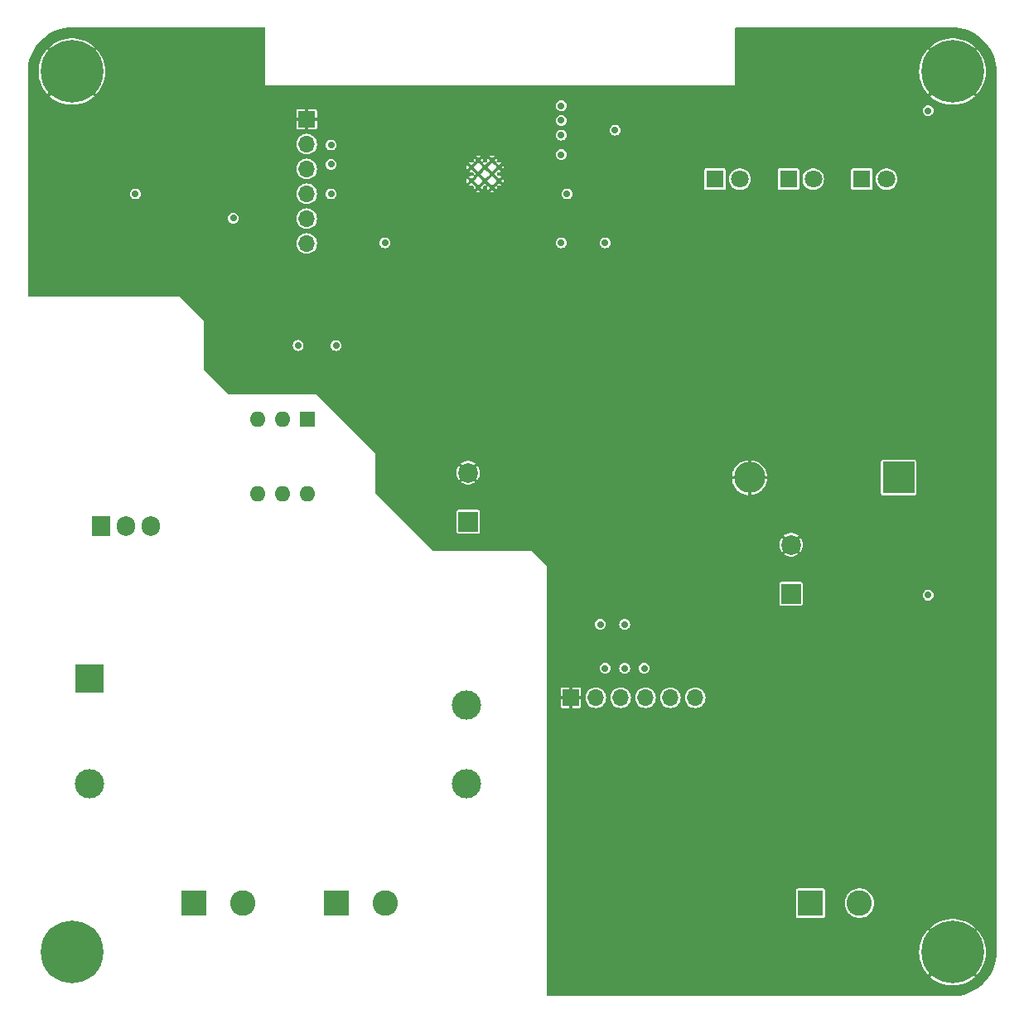
<source format=gbr>
%TF.GenerationSoftware,KiCad,Pcbnew,8.0.3*%
%TF.CreationDate,2024-07-01T15:14:41+02:00*%
%TF.ProjectId,wattwiser,77617474-7769-4736-9572-2e6b69636164,rev?*%
%TF.SameCoordinates,Original*%
%TF.FileFunction,Copper,L2,Inr*%
%TF.FilePolarity,Positive*%
%FSLAX46Y46*%
G04 Gerber Fmt 4.6, Leading zero omitted, Abs format (unit mm)*
G04 Created by KiCad (PCBNEW 8.0.3) date 2024-07-01 15:14:41*
%MOMM*%
%LPD*%
G01*
G04 APERTURE LIST*
%TA.AperFunction,ComponentPad*%
%ADD10R,1.800000X1.800000*%
%TD*%
%TA.AperFunction,ComponentPad*%
%ADD11C,1.800000*%
%TD*%
%TA.AperFunction,ComponentPad*%
%ADD12R,2.600000X2.600000*%
%TD*%
%TA.AperFunction,ComponentPad*%
%ADD13C,2.600000*%
%TD*%
%TA.AperFunction,HeatsinkPad*%
%ADD14C,0.600000*%
%TD*%
%TA.AperFunction,ComponentPad*%
%ADD15C,0.800000*%
%TD*%
%TA.AperFunction,ComponentPad*%
%ADD16C,6.400000*%
%TD*%
%TA.AperFunction,ComponentPad*%
%ADD17R,1.700000X1.700000*%
%TD*%
%TA.AperFunction,ComponentPad*%
%ADD18O,1.700000X1.700000*%
%TD*%
%TA.AperFunction,ComponentPad*%
%ADD19R,2.000000X2.000000*%
%TD*%
%TA.AperFunction,ComponentPad*%
%ADD20C,2.000000*%
%TD*%
%TA.AperFunction,ComponentPad*%
%ADD21R,3.200000X3.200000*%
%TD*%
%TA.AperFunction,ComponentPad*%
%ADD22O,3.200000X3.200000*%
%TD*%
%TA.AperFunction,ComponentPad*%
%ADD23C,3.000000*%
%TD*%
%TA.AperFunction,ComponentPad*%
%ADD24R,3.000000X3.000000*%
%TD*%
%TA.AperFunction,ComponentPad*%
%ADD25R,1.600000X1.600000*%
%TD*%
%TA.AperFunction,ComponentPad*%
%ADD26O,1.600000X1.600000*%
%TD*%
%TA.AperFunction,ComponentPad*%
%ADD27R,1.905000X2.000000*%
%TD*%
%TA.AperFunction,ComponentPad*%
%ADD28O,1.905000X2.000000*%
%TD*%
%TA.AperFunction,ViaPad*%
%ADD29C,0.700000*%
%TD*%
G04 APERTURE END LIST*
D10*
%TO.N,Net-(D2-K)*%
%TO.C,D2*%
X155725000Y-58000000D03*
D11*
%TO.N,Net-(D2-A)*%
X158265000Y-58000000D03*
%TD*%
D12*
%TO.N,NEUT*%
%TO.C,J1*%
X102500000Y-132000000D03*
D13*
%TO.N,LINE*%
X107500000Y-132000000D03*
%TD*%
D14*
%TO.N,GND*%
%TO.C,U1*%
X130850000Y-56770000D03*
X130850000Y-58170000D03*
X131550000Y-56070000D03*
X131550000Y-57470000D03*
X131550000Y-58870000D03*
X132225000Y-56770000D03*
X132225000Y-58170000D03*
X132950000Y-56070000D03*
X132950000Y-57470000D03*
X132950000Y-58870000D03*
X133650000Y-56770000D03*
X133650000Y-58170000D03*
%TD*%
D15*
%TO.N,GND*%
%TO.C,H1*%
X87600000Y-47000000D03*
X88302944Y-45302944D03*
X88302944Y-48697056D03*
X90000000Y-44600000D03*
D16*
X90000000Y-47000000D03*
D15*
X90000000Y-49400000D03*
X91697056Y-45302944D03*
X91697056Y-48697056D03*
X92400000Y-47000000D03*
%TD*%
D17*
%TO.N,GND*%
%TO.C,J5*%
X141000000Y-111000000D03*
D18*
%TO.N,+3.3V*%
X143540000Y-111000000D03*
%TO.N,/UART TX*%
X146080000Y-111000000D03*
%TO.N,/UART RX*%
X148620000Y-111000000D03*
%TO.N,/DE{slash}RE*%
X151160000Y-111000000D03*
%TO.N,+5V*%
X153700000Y-111000000D03*
%TD*%
D19*
%TO.N,+5V*%
%TO.C,C4*%
X130500000Y-93000000D03*
D20*
%TO.N,GND*%
X130500000Y-88000000D03*
%TD*%
D21*
%TO.N,Net-(D5-K)*%
%TO.C,D5*%
X174500000Y-88500000D03*
D22*
%TO.N,GND*%
X159260000Y-88500000D03*
%TD*%
D15*
%TO.N,GND*%
%TO.C,H2*%
X177600000Y-47000000D03*
X178302944Y-45302944D03*
X178302944Y-48697056D03*
X180000000Y-44600000D03*
D16*
X180000000Y-47000000D03*
D15*
X180000000Y-49400000D03*
X181697056Y-45302944D03*
X181697056Y-48697056D03*
X182400000Y-47000000D03*
%TD*%
%TO.N,GND*%
%TO.C,H3*%
X87600000Y-137000000D03*
X88302944Y-135302944D03*
X88302944Y-138697056D03*
X90000000Y-134600000D03*
D16*
X90000000Y-137000000D03*
D15*
X90000000Y-139400000D03*
X91697056Y-135302944D03*
X91697056Y-138697056D03*
X92400000Y-137000000D03*
%TD*%
D13*
%TO.N,Net-(J4-Pin_2)*%
%TO.C,J4*%
X122000000Y-132000000D03*
D12*
%TO.N,Net-(J4-Pin_1)*%
X117000000Y-132000000D03*
%TD*%
D17*
%TO.N,GND*%
%TO.C,J2*%
X114000000Y-51880000D03*
D18*
%TO.N,+3.3V*%
X114000000Y-54420000D03*
%TO.N,/TX*%
X114000000Y-56960000D03*
%TO.N,/RX*%
X114000000Y-59500000D03*
%TO.N,/IO0*%
X114000000Y-62040000D03*
%TO.N,/EN*%
X114000000Y-64580000D03*
%TD*%
D19*
%TO.N,+3.3V*%
%TO.C,C5*%
X163500000Y-100367677D03*
D20*
%TO.N,GND*%
X163500000Y-95367677D03*
%TD*%
D15*
%TO.N,GND*%
%TO.C,H4*%
X177600000Y-137000000D03*
X178302944Y-135302944D03*
X178302944Y-138697056D03*
X180000000Y-134600000D03*
D16*
X180000000Y-137000000D03*
D15*
X180000000Y-139400000D03*
X181697056Y-135302944D03*
X181697056Y-138697056D03*
X182400000Y-137000000D03*
%TD*%
D23*
%TO.N,+5V*%
%TO.C,PS1*%
X130342500Y-111750000D03*
%TO.N,GND*%
X130342500Y-119750000D03*
%TO.N,LINE*%
X91842500Y-119750000D03*
D24*
%TO.N,NEUT*%
X91842500Y-109000000D03*
%TD*%
D25*
%TO.N,Net-(R13-Pad2)*%
%TO.C,U4*%
X114080000Y-82500000D03*
D26*
%TO.N,GND*%
X111540000Y-82500000D03*
%TO.N,unconnected-(U4-NC-Pad3)*%
X109000000Y-82500000D03*
%TO.N,Net-(R14-Pad1)*%
X109000000Y-90120000D03*
%TO.N,unconnected-(U4-NC-Pad5)*%
X111540000Y-90120000D03*
%TO.N,Net-(J4-Pin_2)*%
X114080000Y-90120000D03*
%TD*%
D10*
%TO.N,Net-(D2-K)*%
%TO.C,D4*%
X170725000Y-58000000D03*
D11*
%TO.N,Net-(D4-A)*%
X173265000Y-58000000D03*
%TD*%
D10*
%TO.N,Net-(D2-K)*%
%TO.C,D3*%
X163225000Y-58000000D03*
D11*
%TO.N,Net-(D3-A)*%
X165765000Y-58000000D03*
%TD*%
D27*
%TO.N,Net-(J4-Pin_2)*%
%TO.C,Q4*%
X93000000Y-93500000D03*
D28*
%TO.N,Net-(J4-Pin_1)*%
X95540000Y-93500000D03*
%TO.N,Net-(Q4-G)*%
X98080000Y-93500000D03*
%TD*%
D12*
%TO.N,Net-(J3-Pin_1)*%
%TO.C,J3*%
X165487500Y-132000000D03*
D13*
%TO.N,Net-(J3-Pin_2)*%
X170487500Y-132000000D03*
%TD*%
D29*
%TO.N,GND*%
X129000000Y-65000000D03*
X108625000Y-76500000D03*
X141000000Y-114500000D03*
X116500000Y-49500000D03*
X107000000Y-49500000D03*
X111500000Y-78500000D03*
X147000000Y-59000000D03*
X140000000Y-49000000D03*
%TO.N,+3.3V*%
X116500000Y-54500000D03*
X96500000Y-59500000D03*
X113125000Y-75000000D03*
%TO.N,+5V*%
X177500000Y-51000000D03*
X144000000Y-103500000D03*
%TO.N,Net-(D5-K)*%
X177500000Y-100500000D03*
X146500000Y-103500000D03*
%TO.N,/TX*%
X116500000Y-56500000D03*
X140000000Y-53500000D03*
%TO.N,/IO0*%
X140000000Y-64500000D03*
X116500000Y-59500000D03*
%TO.N,/IR_LEDS*%
X144500000Y-64500000D03*
X145500000Y-53000000D03*
%TO.N,/LED_G*%
X122000000Y-64500000D03*
X106500000Y-62000000D03*
%TO.N,/DE{slash}RE*%
X140000000Y-50500000D03*
X148500000Y-108000000D03*
%TO.N,/UART RX*%
X146500000Y-108000000D03*
X140000000Y-52000000D03*
%TO.N,/UART TX*%
X140000000Y-55500000D03*
X144500000Y-108000000D03*
%TO.N,/OUT_CONTACTOR*%
X117000000Y-75000000D03*
X140590000Y-59500000D03*
%TD*%
%TA.AperFunction,Conductor*%
%TO.N,GND*%
G36*
X109709191Y-42519407D02*
G01*
X109745155Y-42568907D01*
X109750000Y-42599500D01*
X109750000Y-48450000D01*
X109750001Y-48450000D01*
X157749999Y-48450000D01*
X157750000Y-48450000D01*
X157750000Y-47000000D01*
X176595006Y-47000000D01*
X176614965Y-47368143D01*
X176674614Y-47731979D01*
X176773242Y-48087206D01*
X176773246Y-48087217D01*
X176909711Y-48429721D01*
X177082403Y-48755453D01*
X177289306Y-49060611D01*
X177289313Y-49060621D01*
X177490449Y-49297415D01*
X178765258Y-48022606D01*
X178779588Y-48042330D01*
X178957670Y-48220412D01*
X178977390Y-48234740D01*
X177703894Y-49508237D01*
X177795650Y-49595154D01*
X178089156Y-49818272D01*
X178089161Y-49818275D01*
X178405070Y-50008352D01*
X178739676Y-50163157D01*
X179089076Y-50280884D01*
X179449128Y-50360137D01*
X179449127Y-50360137D01*
X179815657Y-50400000D01*
X180184343Y-50400000D01*
X180550872Y-50360137D01*
X180910922Y-50280884D01*
X180910924Y-50280884D01*
X181260323Y-50163157D01*
X181594929Y-50008352D01*
X181910838Y-49818275D01*
X181910843Y-49818272D01*
X182204341Y-49595160D01*
X182204346Y-49595156D01*
X182296104Y-49508237D01*
X181022607Y-48234740D01*
X181042330Y-48220412D01*
X181220412Y-48042330D01*
X181234740Y-48022607D01*
X182509548Y-49297415D01*
X182710693Y-49060611D01*
X182917596Y-48755453D01*
X183090288Y-48429721D01*
X183226753Y-48087217D01*
X183226757Y-48087206D01*
X183325385Y-47731979D01*
X183385034Y-47368143D01*
X183404993Y-47000000D01*
X183385034Y-46631856D01*
X183325385Y-46268020D01*
X183226757Y-45912793D01*
X183226753Y-45912782D01*
X183090288Y-45570278D01*
X182917596Y-45244546D01*
X182710693Y-44939388D01*
X182710686Y-44939378D01*
X182509548Y-44702582D01*
X181234739Y-45977390D01*
X181220412Y-45957670D01*
X181042330Y-45779588D01*
X181022606Y-45765258D01*
X182296104Y-44491761D01*
X182204349Y-44404845D01*
X181910843Y-44181727D01*
X181910838Y-44181724D01*
X181594929Y-43991647D01*
X181260323Y-43836842D01*
X180910923Y-43719115D01*
X180550871Y-43639862D01*
X180550872Y-43639862D01*
X180184343Y-43600000D01*
X179815657Y-43600000D01*
X179449127Y-43639862D01*
X179089077Y-43719115D01*
X179089075Y-43719115D01*
X178739676Y-43836842D01*
X178405070Y-43991647D01*
X178089161Y-44181724D01*
X178089156Y-44181727D01*
X177795655Y-44404841D01*
X177703894Y-44491761D01*
X178977392Y-45765259D01*
X178957670Y-45779588D01*
X178779588Y-45957670D01*
X178765259Y-45977392D01*
X177490449Y-44702582D01*
X177289313Y-44939378D01*
X177289306Y-44939388D01*
X177082403Y-45244546D01*
X176909711Y-45570278D01*
X176773246Y-45912782D01*
X176773242Y-45912793D01*
X176674614Y-46268020D01*
X176614965Y-46631856D01*
X176595006Y-47000000D01*
X157750000Y-47000000D01*
X157750000Y-42599500D01*
X157768907Y-42541309D01*
X157818407Y-42505345D01*
X157849000Y-42500500D01*
X179934108Y-42500500D01*
X179997835Y-42500500D01*
X180002152Y-42500593D01*
X180387853Y-42517434D01*
X180396432Y-42518184D01*
X180777053Y-42568295D01*
X180785544Y-42569792D01*
X181160338Y-42652881D01*
X181168673Y-42655115D01*
X181534797Y-42770553D01*
X181542913Y-42773507D01*
X181897587Y-42920418D01*
X181905398Y-42924060D01*
X182245910Y-43101320D01*
X182253390Y-43105638D01*
X182577167Y-43311906D01*
X182584241Y-43316860D01*
X182888797Y-43550554D01*
X182895398Y-43556093D01*
X183178459Y-43815470D01*
X183184529Y-43821540D01*
X183443905Y-44104599D01*
X183449445Y-44111202D01*
X183683139Y-44415758D01*
X183688093Y-44422832D01*
X183894361Y-44746609D01*
X183898679Y-44754089D01*
X184075935Y-45094593D01*
X184079585Y-45102420D01*
X184226492Y-45457086D01*
X184229446Y-45465202D01*
X184344884Y-45831326D01*
X184347119Y-45839668D01*
X184430205Y-46214445D01*
X184431705Y-46222951D01*
X184481813Y-46603554D01*
X184482566Y-46612158D01*
X184499406Y-46997847D01*
X184499500Y-47002165D01*
X184499500Y-136997834D01*
X184499406Y-137002152D01*
X184482566Y-137387841D01*
X184481813Y-137396445D01*
X184431705Y-137777048D01*
X184430205Y-137785554D01*
X184347119Y-138160331D01*
X184344884Y-138168673D01*
X184229446Y-138534797D01*
X184226492Y-138542913D01*
X184079585Y-138897579D01*
X184075935Y-138905406D01*
X183898679Y-139245910D01*
X183894361Y-139253390D01*
X183688093Y-139577167D01*
X183683139Y-139584241D01*
X183449445Y-139888797D01*
X183443895Y-139895411D01*
X183184540Y-140178447D01*
X183178447Y-140184540D01*
X182986818Y-140360137D01*
X182895413Y-140443894D01*
X182888797Y-140449445D01*
X182584241Y-140683139D01*
X182577167Y-140688093D01*
X182253390Y-140894361D01*
X182245910Y-140898679D01*
X181905406Y-141075935D01*
X181897579Y-141079585D01*
X181542913Y-141226492D01*
X181534797Y-141229446D01*
X181168673Y-141344884D01*
X181160331Y-141347119D01*
X180785554Y-141430205D01*
X180777048Y-141431705D01*
X180396445Y-141481813D01*
X180387841Y-141482566D01*
X180002153Y-141499406D01*
X179997835Y-141499500D01*
X138599000Y-141499500D01*
X138540809Y-141480593D01*
X138504845Y-141431093D01*
X138500000Y-141400500D01*
X138500000Y-137000000D01*
X176595006Y-137000000D01*
X176614965Y-137368143D01*
X176674614Y-137731979D01*
X176773242Y-138087206D01*
X176773246Y-138087217D01*
X176909711Y-138429721D01*
X177082403Y-138755453D01*
X177289306Y-139060611D01*
X177289313Y-139060621D01*
X177490449Y-139297415D01*
X178765258Y-138022606D01*
X178779588Y-138042330D01*
X178957670Y-138220412D01*
X178977390Y-138234740D01*
X177703894Y-139508237D01*
X177795650Y-139595154D01*
X178089156Y-139818272D01*
X178089161Y-139818275D01*
X178405070Y-140008352D01*
X178739676Y-140163157D01*
X179089076Y-140280884D01*
X179449128Y-140360137D01*
X179449127Y-140360137D01*
X179815657Y-140400000D01*
X180184343Y-140400000D01*
X180550872Y-140360137D01*
X180910922Y-140280884D01*
X180910924Y-140280884D01*
X181260323Y-140163157D01*
X181594929Y-140008352D01*
X181910838Y-139818275D01*
X181910843Y-139818272D01*
X182204341Y-139595160D01*
X182204346Y-139595156D01*
X182296104Y-139508237D01*
X181022607Y-138234740D01*
X181042330Y-138220412D01*
X181220412Y-138042330D01*
X181234740Y-138022607D01*
X182509548Y-139297415D01*
X182710693Y-139060611D01*
X182917596Y-138755453D01*
X183090288Y-138429721D01*
X183226753Y-138087217D01*
X183226757Y-138087206D01*
X183325385Y-137731979D01*
X183385034Y-137368143D01*
X183404993Y-137000000D01*
X183385034Y-136631856D01*
X183325385Y-136268020D01*
X183226757Y-135912793D01*
X183226753Y-135912782D01*
X183090288Y-135570278D01*
X182917596Y-135244546D01*
X182710693Y-134939388D01*
X182710686Y-134939378D01*
X182509548Y-134702582D01*
X181234739Y-135977390D01*
X181220412Y-135957670D01*
X181042330Y-135779588D01*
X181022606Y-135765258D01*
X182296104Y-134491761D01*
X182204349Y-134404845D01*
X181910843Y-134181727D01*
X181910838Y-134181724D01*
X181594929Y-133991647D01*
X181260323Y-133836842D01*
X180910923Y-133719115D01*
X180550871Y-133639862D01*
X180550872Y-133639862D01*
X180184343Y-133600000D01*
X179815657Y-133600000D01*
X179449127Y-133639862D01*
X179089077Y-133719115D01*
X179089075Y-133719115D01*
X178739676Y-133836842D01*
X178405070Y-133991647D01*
X178089161Y-134181724D01*
X178089156Y-134181727D01*
X177795655Y-134404841D01*
X177703894Y-134491761D01*
X178977392Y-135765259D01*
X178957670Y-135779588D01*
X178779588Y-135957670D01*
X178765259Y-135977392D01*
X177490449Y-134702582D01*
X177289313Y-134939378D01*
X177289306Y-134939388D01*
X177082403Y-135244546D01*
X176909711Y-135570278D01*
X176773246Y-135912782D01*
X176773242Y-135912793D01*
X176674614Y-136268020D01*
X176614965Y-136631856D01*
X176595006Y-137000000D01*
X138500000Y-137000000D01*
X138500000Y-130680253D01*
X163987000Y-130680253D01*
X163987000Y-133319746D01*
X163987001Y-133319758D01*
X163998632Y-133378227D01*
X163998634Y-133378233D01*
X163999032Y-133378828D01*
X164042948Y-133444552D01*
X164109269Y-133488867D01*
X164153731Y-133497711D01*
X164167741Y-133500498D01*
X164167746Y-133500498D01*
X164167752Y-133500500D01*
X164167753Y-133500500D01*
X166807247Y-133500500D01*
X166807248Y-133500500D01*
X166865731Y-133488867D01*
X166932052Y-133444552D01*
X166976367Y-133378231D01*
X166988000Y-133319748D01*
X166988000Y-132000000D01*
X168981857Y-132000000D01*
X169002391Y-132247819D01*
X169002392Y-132247821D01*
X169063437Y-132488881D01*
X169163327Y-132716607D01*
X169299336Y-132924785D01*
X169467756Y-133107738D01*
X169663991Y-133260474D01*
X169773516Y-133319746D01*
X169881590Y-133378233D01*
X169882690Y-133378828D01*
X170117886Y-133459571D01*
X170363165Y-133500500D01*
X170611835Y-133500500D01*
X170857114Y-133459571D01*
X171092310Y-133378828D01*
X171311009Y-133260474D01*
X171507244Y-133107738D01*
X171675664Y-132924785D01*
X171811673Y-132716607D01*
X171911563Y-132488881D01*
X171972608Y-132247821D01*
X171993143Y-132000000D01*
X171972608Y-131752179D01*
X171911563Y-131511119D01*
X171811673Y-131283393D01*
X171675664Y-131075215D01*
X171507244Y-130892262D01*
X171311009Y-130739526D01*
X171092313Y-130621173D01*
X170974712Y-130580800D01*
X170857114Y-130540429D01*
X170857113Y-130540428D01*
X170857111Y-130540428D01*
X170611835Y-130499500D01*
X170363165Y-130499500D01*
X170117888Y-130540428D01*
X169882686Y-130621173D01*
X169663990Y-130739526D01*
X169663987Y-130739528D01*
X169467759Y-130892259D01*
X169299335Y-131075216D01*
X169163326Y-131283395D01*
X169063437Y-131511120D01*
X169002391Y-131752180D01*
X168981857Y-132000000D01*
X166988000Y-132000000D01*
X166988000Y-130680252D01*
X166976367Y-130621769D01*
X166932052Y-130555448D01*
X166909575Y-130540429D01*
X166865733Y-130511134D01*
X166865731Y-130511133D01*
X166865728Y-130511132D01*
X166865727Y-130511132D01*
X166807258Y-130499501D01*
X166807248Y-130499500D01*
X164167752Y-130499500D01*
X164167751Y-130499500D01*
X164167741Y-130499501D01*
X164109272Y-130511132D01*
X164109266Y-130511134D01*
X164042951Y-130555445D01*
X164042945Y-130555451D01*
X163998634Y-130621766D01*
X163998632Y-130621772D01*
X163987001Y-130680241D01*
X163987000Y-130680253D01*
X138500000Y-130680253D01*
X138500000Y-110130299D01*
X139950000Y-110130299D01*
X139950000Y-110849999D01*
X139950001Y-110850000D01*
X140522555Y-110850000D01*
X140500000Y-110934174D01*
X140500000Y-111065826D01*
X140522555Y-111150000D01*
X139950001Y-111150000D01*
X139950000Y-111150001D01*
X139950000Y-111869700D01*
X139961603Y-111928036D01*
X140005806Y-111994189D01*
X140005810Y-111994193D01*
X140071963Y-112038396D01*
X140130299Y-112049999D01*
X140130303Y-112050000D01*
X140849999Y-112050000D01*
X140850000Y-112049999D01*
X140850000Y-111477445D01*
X140934174Y-111500000D01*
X141065826Y-111500000D01*
X141150000Y-111477445D01*
X141150000Y-112049999D01*
X141150001Y-112050000D01*
X141869697Y-112050000D01*
X141869700Y-112049999D01*
X141928036Y-112038396D01*
X141994189Y-111994193D01*
X141994193Y-111994189D01*
X142038396Y-111928036D01*
X142049999Y-111869700D01*
X142050000Y-111869697D01*
X142050000Y-111150001D01*
X142049999Y-111150000D01*
X141477445Y-111150000D01*
X141500000Y-111065826D01*
X141500000Y-110999996D01*
X142484417Y-110999996D01*
X142484417Y-111000003D01*
X142504698Y-111205929D01*
X142504699Y-111205934D01*
X142564768Y-111403954D01*
X142662316Y-111586452D01*
X142793585Y-111746404D01*
X142793590Y-111746410D01*
X142793595Y-111746414D01*
X142953547Y-111877683D01*
X142953548Y-111877683D01*
X142953550Y-111877685D01*
X143136046Y-111975232D01*
X143273997Y-112017078D01*
X143334065Y-112035300D01*
X143334070Y-112035301D01*
X143539997Y-112055583D01*
X143540000Y-112055583D01*
X143540003Y-112055583D01*
X143745929Y-112035301D01*
X143745934Y-112035300D01*
X143943954Y-111975232D01*
X144126450Y-111877685D01*
X144286410Y-111746410D01*
X144417685Y-111586450D01*
X144515232Y-111403954D01*
X144575300Y-111205934D01*
X144575301Y-111205929D01*
X144595583Y-111000003D01*
X144595583Y-110999996D01*
X145024417Y-110999996D01*
X145024417Y-111000003D01*
X145044698Y-111205929D01*
X145044699Y-111205934D01*
X145104768Y-111403954D01*
X145202316Y-111586452D01*
X145333585Y-111746404D01*
X145333590Y-111746410D01*
X145333595Y-111746414D01*
X145493547Y-111877683D01*
X145493548Y-111877683D01*
X145493550Y-111877685D01*
X145676046Y-111975232D01*
X145813997Y-112017078D01*
X145874065Y-112035300D01*
X145874070Y-112035301D01*
X146079997Y-112055583D01*
X146080000Y-112055583D01*
X146080003Y-112055583D01*
X146285929Y-112035301D01*
X146285934Y-112035300D01*
X146483954Y-111975232D01*
X146666450Y-111877685D01*
X146826410Y-111746410D01*
X146957685Y-111586450D01*
X147055232Y-111403954D01*
X147115300Y-111205934D01*
X147115301Y-111205929D01*
X147135583Y-111000003D01*
X147135583Y-110999996D01*
X147564417Y-110999996D01*
X147564417Y-111000003D01*
X147584698Y-111205929D01*
X147584699Y-111205934D01*
X147644768Y-111403954D01*
X147742316Y-111586452D01*
X147873585Y-111746404D01*
X147873590Y-111746410D01*
X147873595Y-111746414D01*
X148033547Y-111877683D01*
X148033548Y-111877683D01*
X148033550Y-111877685D01*
X148216046Y-111975232D01*
X148353997Y-112017078D01*
X148414065Y-112035300D01*
X148414070Y-112035301D01*
X148619997Y-112055583D01*
X148620000Y-112055583D01*
X148620003Y-112055583D01*
X148825929Y-112035301D01*
X148825934Y-112035300D01*
X149023954Y-111975232D01*
X149206450Y-111877685D01*
X149366410Y-111746410D01*
X149497685Y-111586450D01*
X149595232Y-111403954D01*
X149655300Y-111205934D01*
X149655301Y-111205929D01*
X149675583Y-111000003D01*
X149675583Y-110999996D01*
X150104417Y-110999996D01*
X150104417Y-111000003D01*
X150124698Y-111205929D01*
X150124699Y-111205934D01*
X150184768Y-111403954D01*
X150282316Y-111586452D01*
X150413585Y-111746404D01*
X150413590Y-111746410D01*
X150413595Y-111746414D01*
X150573547Y-111877683D01*
X150573548Y-111877683D01*
X150573550Y-111877685D01*
X150756046Y-111975232D01*
X150893997Y-112017078D01*
X150954065Y-112035300D01*
X150954070Y-112035301D01*
X151159997Y-112055583D01*
X151160000Y-112055583D01*
X151160003Y-112055583D01*
X151365929Y-112035301D01*
X151365934Y-112035300D01*
X151563954Y-111975232D01*
X151746450Y-111877685D01*
X151906410Y-111746410D01*
X152037685Y-111586450D01*
X152135232Y-111403954D01*
X152195300Y-111205934D01*
X152195301Y-111205929D01*
X152215583Y-111000003D01*
X152215583Y-110999996D01*
X152644417Y-110999996D01*
X152644417Y-111000003D01*
X152664698Y-111205929D01*
X152664699Y-111205934D01*
X152724768Y-111403954D01*
X152822316Y-111586452D01*
X152953585Y-111746404D01*
X152953590Y-111746410D01*
X152953595Y-111746414D01*
X153113547Y-111877683D01*
X153113548Y-111877683D01*
X153113550Y-111877685D01*
X153296046Y-111975232D01*
X153433997Y-112017078D01*
X153494065Y-112035300D01*
X153494070Y-112035301D01*
X153699997Y-112055583D01*
X153700000Y-112055583D01*
X153700003Y-112055583D01*
X153905929Y-112035301D01*
X153905934Y-112035300D01*
X154103954Y-111975232D01*
X154286450Y-111877685D01*
X154446410Y-111746410D01*
X154577685Y-111586450D01*
X154675232Y-111403954D01*
X154735300Y-111205934D01*
X154735301Y-111205929D01*
X154755583Y-111000003D01*
X154755583Y-110999996D01*
X154735301Y-110794070D01*
X154735300Y-110794065D01*
X154676401Y-110599901D01*
X154675232Y-110596046D01*
X154577685Y-110413550D01*
X154446410Y-110253590D01*
X154446404Y-110253585D01*
X154286452Y-110122316D01*
X154103954Y-110024768D01*
X153905934Y-109964699D01*
X153905929Y-109964698D01*
X153700003Y-109944417D01*
X153699997Y-109944417D01*
X153494070Y-109964698D01*
X153494065Y-109964699D01*
X153296045Y-110024768D01*
X153113547Y-110122316D01*
X152953595Y-110253585D01*
X152953585Y-110253595D01*
X152822316Y-110413547D01*
X152724768Y-110596045D01*
X152664699Y-110794065D01*
X152664698Y-110794070D01*
X152644417Y-110999996D01*
X152215583Y-110999996D01*
X152195301Y-110794070D01*
X152195300Y-110794065D01*
X152136401Y-110599901D01*
X152135232Y-110596046D01*
X152037685Y-110413550D01*
X151906410Y-110253590D01*
X151906404Y-110253585D01*
X151746452Y-110122316D01*
X151563954Y-110024768D01*
X151365934Y-109964699D01*
X151365929Y-109964698D01*
X151160003Y-109944417D01*
X151159997Y-109944417D01*
X150954070Y-109964698D01*
X150954065Y-109964699D01*
X150756045Y-110024768D01*
X150573547Y-110122316D01*
X150413595Y-110253585D01*
X150413585Y-110253595D01*
X150282316Y-110413547D01*
X150184768Y-110596045D01*
X150124699Y-110794065D01*
X150124698Y-110794070D01*
X150104417Y-110999996D01*
X149675583Y-110999996D01*
X149655301Y-110794070D01*
X149655300Y-110794065D01*
X149596401Y-110599901D01*
X149595232Y-110596046D01*
X149497685Y-110413550D01*
X149366410Y-110253590D01*
X149366404Y-110253585D01*
X149206452Y-110122316D01*
X149023954Y-110024768D01*
X148825934Y-109964699D01*
X148825929Y-109964698D01*
X148620003Y-109944417D01*
X148619997Y-109944417D01*
X148414070Y-109964698D01*
X148414065Y-109964699D01*
X148216045Y-110024768D01*
X148033547Y-110122316D01*
X147873595Y-110253585D01*
X147873585Y-110253595D01*
X147742316Y-110413547D01*
X147644768Y-110596045D01*
X147584699Y-110794065D01*
X147584698Y-110794070D01*
X147564417Y-110999996D01*
X147135583Y-110999996D01*
X147115301Y-110794070D01*
X147115300Y-110794065D01*
X147056401Y-110599901D01*
X147055232Y-110596046D01*
X146957685Y-110413550D01*
X146826410Y-110253590D01*
X146826404Y-110253585D01*
X146666452Y-110122316D01*
X146483954Y-110024768D01*
X146285934Y-109964699D01*
X146285929Y-109964698D01*
X146080003Y-109944417D01*
X146079997Y-109944417D01*
X145874070Y-109964698D01*
X145874065Y-109964699D01*
X145676045Y-110024768D01*
X145493547Y-110122316D01*
X145333595Y-110253585D01*
X145333585Y-110253595D01*
X145202316Y-110413547D01*
X145104768Y-110596045D01*
X145044699Y-110794065D01*
X145044698Y-110794070D01*
X145024417Y-110999996D01*
X144595583Y-110999996D01*
X144575301Y-110794070D01*
X144575300Y-110794065D01*
X144516401Y-110599901D01*
X144515232Y-110596046D01*
X144417685Y-110413550D01*
X144286410Y-110253590D01*
X144286404Y-110253585D01*
X144126452Y-110122316D01*
X143943954Y-110024768D01*
X143745934Y-109964699D01*
X143745929Y-109964698D01*
X143540003Y-109944417D01*
X143539997Y-109944417D01*
X143334070Y-109964698D01*
X143334065Y-109964699D01*
X143136045Y-110024768D01*
X142953547Y-110122316D01*
X142793595Y-110253585D01*
X142793585Y-110253595D01*
X142662316Y-110413547D01*
X142564768Y-110596045D01*
X142504699Y-110794065D01*
X142504698Y-110794070D01*
X142484417Y-110999996D01*
X141500000Y-110999996D01*
X141500000Y-110934174D01*
X141477445Y-110850000D01*
X142049999Y-110850000D01*
X142050000Y-110849999D01*
X142050000Y-110130302D01*
X142049999Y-110130299D01*
X142038396Y-110071963D01*
X141994193Y-110005810D01*
X141994189Y-110005806D01*
X141928036Y-109961603D01*
X141869700Y-109950000D01*
X141150001Y-109950000D01*
X141150000Y-109950001D01*
X141150000Y-110522554D01*
X141065826Y-110500000D01*
X140934174Y-110500000D01*
X140850000Y-110522554D01*
X140850000Y-109950001D01*
X140849999Y-109950000D01*
X140130299Y-109950000D01*
X140071963Y-109961603D01*
X140005810Y-110005806D01*
X140005806Y-110005810D01*
X139961603Y-110071963D01*
X139950000Y-110130299D01*
X138500000Y-110130299D01*
X138500000Y-107999999D01*
X143944750Y-107999999D01*
X143944750Y-108000000D01*
X143963669Y-108143708D01*
X143963670Y-108143709D01*
X144019139Y-108277625D01*
X144107379Y-108392621D01*
X144222375Y-108480861D01*
X144356291Y-108536330D01*
X144500000Y-108555250D01*
X144643709Y-108536330D01*
X144777625Y-108480861D01*
X144892621Y-108392621D01*
X144980861Y-108277625D01*
X145036330Y-108143709D01*
X145055250Y-108000000D01*
X145055250Y-107999999D01*
X145944750Y-107999999D01*
X145944750Y-108000000D01*
X145963669Y-108143708D01*
X145963670Y-108143709D01*
X146019139Y-108277625D01*
X146107379Y-108392621D01*
X146222375Y-108480861D01*
X146356291Y-108536330D01*
X146500000Y-108555250D01*
X146643709Y-108536330D01*
X146777625Y-108480861D01*
X146892621Y-108392621D01*
X146980861Y-108277625D01*
X147036330Y-108143709D01*
X147055250Y-108000000D01*
X147055250Y-107999999D01*
X147944750Y-107999999D01*
X147944750Y-108000000D01*
X147963669Y-108143708D01*
X147963670Y-108143709D01*
X148019139Y-108277625D01*
X148107379Y-108392621D01*
X148222375Y-108480861D01*
X148356291Y-108536330D01*
X148500000Y-108555250D01*
X148643709Y-108536330D01*
X148777625Y-108480861D01*
X148892621Y-108392621D01*
X148980861Y-108277625D01*
X149036330Y-108143709D01*
X149055250Y-108000000D01*
X149036330Y-107856291D01*
X148980861Y-107722375D01*
X148892621Y-107607379D01*
X148777625Y-107519139D01*
X148777621Y-107519137D01*
X148643709Y-107463670D01*
X148643708Y-107463669D01*
X148500000Y-107444750D01*
X148356291Y-107463669D01*
X148356290Y-107463670D01*
X148222378Y-107519137D01*
X148222374Y-107519139D01*
X148107381Y-107607377D01*
X148107377Y-107607381D01*
X148019139Y-107722374D01*
X148019137Y-107722378D01*
X147963670Y-107856290D01*
X147963669Y-107856291D01*
X147944750Y-107999999D01*
X147055250Y-107999999D01*
X147036330Y-107856291D01*
X146980861Y-107722375D01*
X146892621Y-107607379D01*
X146777625Y-107519139D01*
X146777621Y-107519137D01*
X146643709Y-107463670D01*
X146643708Y-107463669D01*
X146500000Y-107444750D01*
X146356291Y-107463669D01*
X146356290Y-107463670D01*
X146222378Y-107519137D01*
X146222374Y-107519139D01*
X146107381Y-107607377D01*
X146107377Y-107607381D01*
X146019139Y-107722374D01*
X146019137Y-107722378D01*
X145963670Y-107856290D01*
X145963669Y-107856291D01*
X145944750Y-107999999D01*
X145055250Y-107999999D01*
X145036330Y-107856291D01*
X144980861Y-107722375D01*
X144892621Y-107607379D01*
X144777625Y-107519139D01*
X144777621Y-107519137D01*
X144643709Y-107463670D01*
X144643708Y-107463669D01*
X144500000Y-107444750D01*
X144356291Y-107463669D01*
X144356290Y-107463670D01*
X144222378Y-107519137D01*
X144222374Y-107519139D01*
X144107381Y-107607377D01*
X144107377Y-107607381D01*
X144019139Y-107722374D01*
X144019137Y-107722378D01*
X143963670Y-107856290D01*
X143963669Y-107856291D01*
X143944750Y-107999999D01*
X138500000Y-107999999D01*
X138500000Y-103499999D01*
X143444750Y-103499999D01*
X143444750Y-103500000D01*
X143463669Y-103643708D01*
X143463670Y-103643709D01*
X143519139Y-103777625D01*
X143607379Y-103892621D01*
X143722375Y-103980861D01*
X143856291Y-104036330D01*
X144000000Y-104055250D01*
X144143709Y-104036330D01*
X144277625Y-103980861D01*
X144392621Y-103892621D01*
X144480861Y-103777625D01*
X144536330Y-103643709D01*
X144555250Y-103500000D01*
X144555250Y-103499999D01*
X145944750Y-103499999D01*
X145944750Y-103500000D01*
X145963669Y-103643708D01*
X145963670Y-103643709D01*
X146019139Y-103777625D01*
X146107379Y-103892621D01*
X146222375Y-103980861D01*
X146356291Y-104036330D01*
X146500000Y-104055250D01*
X146643709Y-104036330D01*
X146777625Y-103980861D01*
X146892621Y-103892621D01*
X146980861Y-103777625D01*
X147036330Y-103643709D01*
X147055250Y-103500000D01*
X147036330Y-103356291D01*
X146980861Y-103222375D01*
X146892621Y-103107379D01*
X146777625Y-103019139D01*
X146777621Y-103019137D01*
X146643709Y-102963670D01*
X146643708Y-102963669D01*
X146500000Y-102944750D01*
X146356291Y-102963669D01*
X146356290Y-102963670D01*
X146222378Y-103019137D01*
X146222374Y-103019139D01*
X146107381Y-103107377D01*
X146107377Y-103107381D01*
X146019139Y-103222374D01*
X146019137Y-103222378D01*
X145963670Y-103356290D01*
X145963669Y-103356291D01*
X145944750Y-103499999D01*
X144555250Y-103499999D01*
X144536330Y-103356291D01*
X144480861Y-103222375D01*
X144392621Y-103107379D01*
X144277625Y-103019139D01*
X144277621Y-103019137D01*
X144143709Y-102963670D01*
X144143708Y-102963669D01*
X144000000Y-102944750D01*
X143856291Y-102963669D01*
X143856290Y-102963670D01*
X143722378Y-103019137D01*
X143722374Y-103019139D01*
X143607381Y-103107377D01*
X143607377Y-103107381D01*
X143519139Y-103222374D01*
X143519137Y-103222378D01*
X143463670Y-103356290D01*
X143463669Y-103356291D01*
X143444750Y-103499999D01*
X138500000Y-103499999D01*
X138500000Y-99347930D01*
X162299500Y-99347930D01*
X162299500Y-101387423D01*
X162299501Y-101387435D01*
X162311132Y-101445904D01*
X162311133Y-101445908D01*
X162355448Y-101512229D01*
X162421769Y-101556544D01*
X162466231Y-101565388D01*
X162480241Y-101568175D01*
X162480246Y-101568175D01*
X162480252Y-101568177D01*
X162480253Y-101568177D01*
X164519747Y-101568177D01*
X164519748Y-101568177D01*
X164578231Y-101556544D01*
X164644552Y-101512229D01*
X164688867Y-101445908D01*
X164700500Y-101387425D01*
X164700500Y-100499999D01*
X176944750Y-100499999D01*
X176944750Y-100500000D01*
X176963669Y-100643708D01*
X176963670Y-100643709D01*
X177019139Y-100777625D01*
X177107379Y-100892621D01*
X177222375Y-100980861D01*
X177356291Y-101036330D01*
X177500000Y-101055250D01*
X177643709Y-101036330D01*
X177777625Y-100980861D01*
X177892621Y-100892621D01*
X177980861Y-100777625D01*
X178036330Y-100643709D01*
X178055250Y-100500000D01*
X178036330Y-100356291D01*
X177980861Y-100222375D01*
X177892621Y-100107379D01*
X177777625Y-100019139D01*
X177777621Y-100019137D01*
X177643709Y-99963670D01*
X177643708Y-99963669D01*
X177500000Y-99944750D01*
X177356291Y-99963669D01*
X177356290Y-99963670D01*
X177222378Y-100019137D01*
X177222374Y-100019139D01*
X177107381Y-100107377D01*
X177107377Y-100107381D01*
X177019139Y-100222374D01*
X177019137Y-100222378D01*
X176963670Y-100356290D01*
X176963669Y-100356291D01*
X176944750Y-100499999D01*
X164700500Y-100499999D01*
X164700500Y-99347929D01*
X164688867Y-99289446D01*
X164644552Y-99223125D01*
X164644548Y-99223122D01*
X164578233Y-99178811D01*
X164578231Y-99178810D01*
X164578228Y-99178809D01*
X164578227Y-99178809D01*
X164519758Y-99167178D01*
X164519748Y-99167177D01*
X162480252Y-99167177D01*
X162480251Y-99167177D01*
X162480241Y-99167178D01*
X162421772Y-99178809D01*
X162421766Y-99178811D01*
X162355451Y-99223122D01*
X162355445Y-99223128D01*
X162311134Y-99289443D01*
X162311132Y-99289449D01*
X162299501Y-99347918D01*
X162299500Y-99347930D01*
X138500000Y-99347930D01*
X138500000Y-97500001D01*
X138500000Y-97500000D01*
X137000000Y-96000000D01*
X136999999Y-96000000D01*
X127041008Y-96000000D01*
X126982817Y-95981093D01*
X126971004Y-95971004D01*
X126367677Y-95367677D01*
X162294859Y-95367677D01*
X162315379Y-95589122D01*
X162376239Y-95803024D01*
X162475364Y-96002094D01*
X162475369Y-96002103D01*
X162551985Y-96103558D01*
X163056328Y-95599213D01*
X163099901Y-95674684D01*
X163192993Y-95767776D01*
X163268460Y-95811347D01*
X162761535Y-96318273D01*
X162773740Y-96329399D01*
X162962823Y-96446474D01*
X163170200Y-96526813D01*
X163388804Y-96567677D01*
X163611196Y-96567677D01*
X163829799Y-96526813D01*
X164037178Y-96446474D01*
X164037183Y-96446471D01*
X164226258Y-96329401D01*
X164226261Y-96329398D01*
X164238463Y-96318273D01*
X163731538Y-95811348D01*
X163807007Y-95767776D01*
X163900099Y-95674684D01*
X163943671Y-95599215D01*
X164448015Y-96103559D01*
X164524624Y-96002113D01*
X164524633Y-96002098D01*
X164623760Y-95803024D01*
X164684620Y-95589122D01*
X164705140Y-95367677D01*
X164684620Y-95146231D01*
X164623760Y-94932329D01*
X164524635Y-94733259D01*
X164524630Y-94733250D01*
X164448014Y-94631794D01*
X163943670Y-95136137D01*
X163900099Y-95060670D01*
X163807007Y-94967578D01*
X163731536Y-94924005D01*
X164238463Y-94417079D01*
X164226259Y-94405954D01*
X164037176Y-94288879D01*
X163829799Y-94208540D01*
X163611196Y-94167677D01*
X163388804Y-94167677D01*
X163170200Y-94208540D01*
X162962821Y-94288879D01*
X162962816Y-94288882D01*
X162773742Y-94405952D01*
X162773739Y-94405954D01*
X162761535Y-94417079D01*
X163268461Y-94924005D01*
X163192993Y-94967578D01*
X163099901Y-95060670D01*
X163056328Y-95136138D01*
X162551985Y-94631795D01*
X162475369Y-94733250D01*
X162475364Y-94733259D01*
X162376239Y-94932329D01*
X162315379Y-95146231D01*
X162294859Y-95367677D01*
X126367677Y-95367677D01*
X122980253Y-91980253D01*
X129299500Y-91980253D01*
X129299500Y-94019746D01*
X129299501Y-94019758D01*
X129311132Y-94078227D01*
X129311133Y-94078231D01*
X129355448Y-94144552D01*
X129421769Y-94188867D01*
X129466231Y-94197711D01*
X129480241Y-94200498D01*
X129480246Y-94200498D01*
X129480252Y-94200500D01*
X129480253Y-94200500D01*
X131519747Y-94200500D01*
X131519748Y-94200500D01*
X131578231Y-94188867D01*
X131644552Y-94144552D01*
X131688867Y-94078231D01*
X131700500Y-94019748D01*
X131700500Y-91980252D01*
X131688867Y-91921769D01*
X131644552Y-91855448D01*
X131644548Y-91855445D01*
X131578233Y-91811134D01*
X131578231Y-91811133D01*
X131578228Y-91811132D01*
X131578227Y-91811132D01*
X131519758Y-91799501D01*
X131519748Y-91799500D01*
X129480252Y-91799500D01*
X129480251Y-91799500D01*
X129480241Y-91799501D01*
X129421772Y-91811132D01*
X129421766Y-91811134D01*
X129355451Y-91855445D01*
X129355445Y-91855451D01*
X129311134Y-91921766D01*
X129311132Y-91921772D01*
X129299501Y-91980241D01*
X129299500Y-91980253D01*
X122980253Y-91980253D01*
X121028996Y-90028996D01*
X121001219Y-89974479D01*
X121000000Y-89958992D01*
X121000000Y-88000000D01*
X129294859Y-88000000D01*
X129315379Y-88221445D01*
X129376239Y-88435347D01*
X129475364Y-88634417D01*
X129475369Y-88634426D01*
X129551985Y-88735881D01*
X130056328Y-88231536D01*
X130099901Y-88307007D01*
X130192993Y-88400099D01*
X130268460Y-88443670D01*
X129761535Y-88950596D01*
X129773740Y-88961722D01*
X129962823Y-89078797D01*
X130170200Y-89159136D01*
X130388804Y-89200000D01*
X130611196Y-89200000D01*
X130829799Y-89159136D01*
X131037178Y-89078797D01*
X131037183Y-89078794D01*
X131226258Y-88961724D01*
X131226261Y-88961721D01*
X131238463Y-88950596D01*
X130731538Y-88443671D01*
X130807007Y-88400099D01*
X130900099Y-88307007D01*
X130943671Y-88231538D01*
X131448015Y-88735882D01*
X131524624Y-88634436D01*
X131524633Y-88634421D01*
X131623760Y-88435347D01*
X131648043Y-88349999D01*
X157466193Y-88349999D01*
X157466194Y-88350000D01*
X158474164Y-88350000D01*
X158460000Y-88421207D01*
X158460000Y-88578793D01*
X158474164Y-88650000D01*
X157466194Y-88650000D01*
X157475113Y-88769023D01*
X157475115Y-88769032D01*
X157535146Y-89032049D01*
X157633706Y-89283174D01*
X157633715Y-89283193D01*
X157768596Y-89516812D01*
X157768606Y-89516827D01*
X157936802Y-89727740D01*
X157936808Y-89727746D01*
X158134565Y-89911237D01*
X158357484Y-90063220D01*
X158600541Y-90180270D01*
X158858334Y-90259789D01*
X158858344Y-90259791D01*
X159109999Y-90297722D01*
X159110000Y-90297721D01*
X159110000Y-89285836D01*
X159181207Y-89300000D01*
X159338793Y-89300000D01*
X159410000Y-89285836D01*
X159410000Y-90297722D01*
X159661655Y-90259791D01*
X159661665Y-90259789D01*
X159919458Y-90180270D01*
X160162516Y-90063220D01*
X160385434Y-89911237D01*
X160583191Y-89727746D01*
X160583197Y-89727740D01*
X160751393Y-89516827D01*
X160751403Y-89516812D01*
X160886284Y-89283193D01*
X160886293Y-89283174D01*
X160984853Y-89032049D01*
X161044884Y-88769032D01*
X161044886Y-88769023D01*
X161053806Y-88650000D01*
X160045836Y-88650000D01*
X160060000Y-88578793D01*
X160060000Y-88421207D01*
X160045836Y-88350000D01*
X161053806Y-88350000D01*
X161053806Y-88349999D01*
X161044886Y-88230976D01*
X161044884Y-88230967D01*
X160984853Y-87967950D01*
X160886293Y-87716825D01*
X160886284Y-87716806D01*
X160751403Y-87483187D01*
X160751393Y-87483172D01*
X160583197Y-87272259D01*
X160583191Y-87272253D01*
X160385434Y-87088762D01*
X160162516Y-86936779D01*
X160045138Y-86880253D01*
X172699500Y-86880253D01*
X172699500Y-90119746D01*
X172699501Y-90119758D01*
X172711132Y-90178227D01*
X172711133Y-90178231D01*
X172755448Y-90244552D01*
X172821769Y-90288867D01*
X172866231Y-90297711D01*
X172880241Y-90300498D01*
X172880246Y-90300498D01*
X172880252Y-90300500D01*
X172880253Y-90300500D01*
X176119747Y-90300500D01*
X176119748Y-90300500D01*
X176178231Y-90288867D01*
X176244552Y-90244552D01*
X176288867Y-90178231D01*
X176300500Y-90119748D01*
X176300500Y-86880252D01*
X176288867Y-86821769D01*
X176244552Y-86755448D01*
X176244548Y-86755445D01*
X176178233Y-86711134D01*
X176178231Y-86711133D01*
X176178228Y-86711132D01*
X176178227Y-86711132D01*
X176119758Y-86699501D01*
X176119748Y-86699500D01*
X172880252Y-86699500D01*
X172880251Y-86699500D01*
X172880241Y-86699501D01*
X172821772Y-86711132D01*
X172821766Y-86711134D01*
X172755451Y-86755445D01*
X172755445Y-86755451D01*
X172711134Y-86821766D01*
X172711132Y-86821772D01*
X172699501Y-86880241D01*
X172699500Y-86880253D01*
X160045138Y-86880253D01*
X159919458Y-86819729D01*
X159661665Y-86740210D01*
X159661655Y-86740208D01*
X159410000Y-86702276D01*
X159410000Y-87714163D01*
X159338793Y-87700000D01*
X159181207Y-87700000D01*
X159110000Y-87714163D01*
X159110000Y-86702277D01*
X159109999Y-86702276D01*
X158858344Y-86740208D01*
X158858334Y-86740210D01*
X158600541Y-86819729D01*
X158357484Y-86936779D01*
X158134565Y-87088762D01*
X157936808Y-87272253D01*
X157936802Y-87272259D01*
X157768606Y-87483172D01*
X157768596Y-87483187D01*
X157633715Y-87716806D01*
X157633706Y-87716825D01*
X157535146Y-87967950D01*
X157475115Y-88230967D01*
X157475113Y-88230976D01*
X157466193Y-88349999D01*
X131648043Y-88349999D01*
X131684620Y-88221445D01*
X131705140Y-88000000D01*
X131684620Y-87778554D01*
X131623760Y-87564652D01*
X131524635Y-87365582D01*
X131524630Y-87365573D01*
X131448014Y-87264117D01*
X130943670Y-87768460D01*
X130900099Y-87692993D01*
X130807007Y-87599901D01*
X130731536Y-87556328D01*
X131238463Y-87049402D01*
X131226259Y-87038277D01*
X131037176Y-86921202D01*
X130829799Y-86840863D01*
X130611196Y-86800000D01*
X130388804Y-86800000D01*
X130170200Y-86840863D01*
X129962821Y-86921202D01*
X129962816Y-86921205D01*
X129773742Y-87038275D01*
X129773739Y-87038277D01*
X129761535Y-87049402D01*
X130268461Y-87556328D01*
X130192993Y-87599901D01*
X130099901Y-87692993D01*
X130056328Y-87768461D01*
X129551985Y-87264118D01*
X129475369Y-87365573D01*
X129475364Y-87365582D01*
X129376239Y-87564652D01*
X129315379Y-87778554D01*
X129294859Y-88000000D01*
X121000000Y-88000000D01*
X121000000Y-86000001D01*
X121000000Y-86000000D01*
X115000000Y-80000000D01*
X114999999Y-80000000D01*
X106041008Y-80000000D01*
X105982817Y-79981093D01*
X105971004Y-79971004D01*
X103528996Y-77528996D01*
X103501219Y-77474479D01*
X103500000Y-77458992D01*
X103500000Y-74999999D01*
X112569750Y-74999999D01*
X112569750Y-75000000D01*
X112588669Y-75143708D01*
X112588670Y-75143709D01*
X112644139Y-75277625D01*
X112732379Y-75392621D01*
X112847375Y-75480861D01*
X112981291Y-75536330D01*
X113125000Y-75555250D01*
X113268709Y-75536330D01*
X113402625Y-75480861D01*
X113517621Y-75392621D01*
X113605861Y-75277625D01*
X113661330Y-75143709D01*
X113680250Y-75000000D01*
X113680250Y-74999999D01*
X116444750Y-74999999D01*
X116444750Y-75000000D01*
X116463669Y-75143708D01*
X116463670Y-75143709D01*
X116519139Y-75277625D01*
X116607379Y-75392621D01*
X116722375Y-75480861D01*
X116856291Y-75536330D01*
X117000000Y-75555250D01*
X117143709Y-75536330D01*
X117277625Y-75480861D01*
X117392621Y-75392621D01*
X117480861Y-75277625D01*
X117536330Y-75143709D01*
X117555250Y-75000000D01*
X117536330Y-74856291D01*
X117480861Y-74722375D01*
X117392621Y-74607379D01*
X117277625Y-74519139D01*
X117277621Y-74519137D01*
X117143709Y-74463670D01*
X117143708Y-74463669D01*
X117000000Y-74444750D01*
X116856291Y-74463669D01*
X116856290Y-74463670D01*
X116722378Y-74519137D01*
X116722374Y-74519139D01*
X116607381Y-74607377D01*
X116607377Y-74607381D01*
X116519139Y-74722374D01*
X116519137Y-74722378D01*
X116463670Y-74856290D01*
X116463669Y-74856291D01*
X116444750Y-74999999D01*
X113680250Y-74999999D01*
X113661330Y-74856291D01*
X113605861Y-74722375D01*
X113517621Y-74607379D01*
X113402625Y-74519139D01*
X113402621Y-74519137D01*
X113268709Y-74463670D01*
X113268708Y-74463669D01*
X113125000Y-74444750D01*
X112981291Y-74463669D01*
X112981290Y-74463670D01*
X112847378Y-74519137D01*
X112847374Y-74519139D01*
X112732381Y-74607377D01*
X112732377Y-74607381D01*
X112644139Y-74722374D01*
X112644137Y-74722378D01*
X112588670Y-74856290D01*
X112588669Y-74856291D01*
X112569750Y-74999999D01*
X103500000Y-74999999D01*
X103500000Y-72500001D01*
X103500000Y-72500000D01*
X101000000Y-70000000D01*
X100999999Y-70000000D01*
X85599500Y-70000000D01*
X85541309Y-69981093D01*
X85505345Y-69931593D01*
X85500500Y-69901000D01*
X85500500Y-64579996D01*
X112944417Y-64579996D01*
X112944417Y-64580003D01*
X112964698Y-64785929D01*
X112964699Y-64785934D01*
X113024768Y-64983954D01*
X113122316Y-65166452D01*
X113253585Y-65326404D01*
X113253590Y-65326410D01*
X113253595Y-65326414D01*
X113413547Y-65457683D01*
X113413548Y-65457683D01*
X113413550Y-65457685D01*
X113596046Y-65555232D01*
X113733997Y-65597078D01*
X113794065Y-65615300D01*
X113794070Y-65615301D01*
X113999997Y-65635583D01*
X114000000Y-65635583D01*
X114000003Y-65635583D01*
X114205929Y-65615301D01*
X114205934Y-65615300D01*
X114403954Y-65555232D01*
X114586450Y-65457685D01*
X114746410Y-65326410D01*
X114877685Y-65166450D01*
X114975232Y-64983954D01*
X115035300Y-64785934D01*
X115035301Y-64785929D01*
X115055583Y-64580003D01*
X115055583Y-64579996D01*
X115047704Y-64499999D01*
X121444750Y-64499999D01*
X121444750Y-64500000D01*
X121463669Y-64643708D01*
X121463670Y-64643709D01*
X121519139Y-64777625D01*
X121607379Y-64892621D01*
X121722375Y-64980861D01*
X121856291Y-65036330D01*
X122000000Y-65055250D01*
X122143709Y-65036330D01*
X122277625Y-64980861D01*
X122392621Y-64892621D01*
X122480861Y-64777625D01*
X122536330Y-64643709D01*
X122555250Y-64500000D01*
X122555250Y-64499999D01*
X139444750Y-64499999D01*
X139444750Y-64500000D01*
X139463669Y-64643708D01*
X139463670Y-64643709D01*
X139519139Y-64777625D01*
X139607379Y-64892621D01*
X139722375Y-64980861D01*
X139856291Y-65036330D01*
X140000000Y-65055250D01*
X140143709Y-65036330D01*
X140277625Y-64980861D01*
X140392621Y-64892621D01*
X140480861Y-64777625D01*
X140536330Y-64643709D01*
X140555250Y-64500000D01*
X140555250Y-64499999D01*
X143944750Y-64499999D01*
X143944750Y-64500000D01*
X143963669Y-64643708D01*
X143963670Y-64643709D01*
X144019139Y-64777625D01*
X144107379Y-64892621D01*
X144222375Y-64980861D01*
X144356291Y-65036330D01*
X144500000Y-65055250D01*
X144643709Y-65036330D01*
X144777625Y-64980861D01*
X144892621Y-64892621D01*
X144980861Y-64777625D01*
X145036330Y-64643709D01*
X145055250Y-64500000D01*
X145036330Y-64356291D01*
X144980861Y-64222375D01*
X144892621Y-64107379D01*
X144777625Y-64019139D01*
X144777621Y-64019137D01*
X144643709Y-63963670D01*
X144643708Y-63963669D01*
X144500000Y-63944750D01*
X144356291Y-63963669D01*
X144356290Y-63963670D01*
X144222378Y-64019137D01*
X144222374Y-64019139D01*
X144107381Y-64107377D01*
X144107377Y-64107381D01*
X144019139Y-64222374D01*
X144019137Y-64222378D01*
X143963670Y-64356290D01*
X143963669Y-64356291D01*
X143944750Y-64499999D01*
X140555250Y-64499999D01*
X140536330Y-64356291D01*
X140480861Y-64222375D01*
X140392621Y-64107379D01*
X140277625Y-64019139D01*
X140277621Y-64019137D01*
X140143709Y-63963670D01*
X140143708Y-63963669D01*
X140000000Y-63944750D01*
X139856291Y-63963669D01*
X139856290Y-63963670D01*
X139722378Y-64019137D01*
X139722374Y-64019139D01*
X139607381Y-64107377D01*
X139607377Y-64107381D01*
X139519139Y-64222374D01*
X139519137Y-64222378D01*
X139463670Y-64356290D01*
X139463669Y-64356291D01*
X139444750Y-64499999D01*
X122555250Y-64499999D01*
X122536330Y-64356291D01*
X122480861Y-64222375D01*
X122392621Y-64107379D01*
X122277625Y-64019139D01*
X122277621Y-64019137D01*
X122143709Y-63963670D01*
X122143708Y-63963669D01*
X122000000Y-63944750D01*
X121856291Y-63963669D01*
X121856290Y-63963670D01*
X121722378Y-64019137D01*
X121722374Y-64019139D01*
X121607381Y-64107377D01*
X121607377Y-64107381D01*
X121519139Y-64222374D01*
X121519137Y-64222378D01*
X121463670Y-64356290D01*
X121463669Y-64356291D01*
X121444750Y-64499999D01*
X115047704Y-64499999D01*
X115035301Y-64374070D01*
X115035300Y-64374065D01*
X114989286Y-64222378D01*
X114975232Y-64176046D01*
X114877685Y-63993550D01*
X114853163Y-63963670D01*
X114746414Y-63833595D01*
X114746410Y-63833590D01*
X114746404Y-63833585D01*
X114586452Y-63702316D01*
X114403954Y-63604768D01*
X114205934Y-63544699D01*
X114205929Y-63544698D01*
X114000003Y-63524417D01*
X113999997Y-63524417D01*
X113794070Y-63544698D01*
X113794065Y-63544699D01*
X113596045Y-63604768D01*
X113413547Y-63702316D01*
X113253595Y-63833585D01*
X113253585Y-63833595D01*
X113122316Y-63993547D01*
X113024768Y-64176045D01*
X112964699Y-64374065D01*
X112964698Y-64374070D01*
X112944417Y-64579996D01*
X85500500Y-64579996D01*
X85500500Y-61999999D01*
X105944750Y-61999999D01*
X105944750Y-62000000D01*
X105963669Y-62143708D01*
X105963670Y-62143709D01*
X106019139Y-62277625D01*
X106107379Y-62392621D01*
X106222375Y-62480861D01*
X106356291Y-62536330D01*
X106500000Y-62555250D01*
X106643709Y-62536330D01*
X106777625Y-62480861D01*
X106892621Y-62392621D01*
X106980861Y-62277625D01*
X107036330Y-62143709D01*
X107049984Y-62039996D01*
X112944417Y-62039996D01*
X112944417Y-62040003D01*
X112964698Y-62245929D01*
X112964699Y-62245934D01*
X113024768Y-62443954D01*
X113122316Y-62626452D01*
X113253585Y-62786404D01*
X113253590Y-62786410D01*
X113253595Y-62786414D01*
X113413547Y-62917683D01*
X113413548Y-62917683D01*
X113413550Y-62917685D01*
X113596046Y-63015232D01*
X113733997Y-63057078D01*
X113794065Y-63075300D01*
X113794070Y-63075301D01*
X113999997Y-63095583D01*
X114000000Y-63095583D01*
X114000003Y-63095583D01*
X114205929Y-63075301D01*
X114205934Y-63075300D01*
X114403954Y-63015232D01*
X114586450Y-62917685D01*
X114746410Y-62786410D01*
X114877685Y-62626450D01*
X114975232Y-62443954D01*
X115035300Y-62245934D01*
X115035301Y-62245929D01*
X115055583Y-62040003D01*
X115055583Y-62039996D01*
X115035301Y-61834070D01*
X115035300Y-61834065D01*
X115001419Y-61722374D01*
X114975232Y-61636046D01*
X114877685Y-61453550D01*
X114870463Y-61444750D01*
X114746414Y-61293595D01*
X114746410Y-61293590D01*
X114746404Y-61293585D01*
X114586452Y-61162316D01*
X114403954Y-61064768D01*
X114205934Y-61004699D01*
X114205929Y-61004698D01*
X114000003Y-60984417D01*
X113999997Y-60984417D01*
X113794070Y-61004698D01*
X113794065Y-61004699D01*
X113596045Y-61064768D01*
X113413547Y-61162316D01*
X113253595Y-61293585D01*
X113253585Y-61293595D01*
X113122316Y-61453547D01*
X113024768Y-61636045D01*
X112964699Y-61834065D01*
X112964698Y-61834070D01*
X112944417Y-62039996D01*
X107049984Y-62039996D01*
X107055250Y-62000000D01*
X107036330Y-61856291D01*
X106980861Y-61722375D01*
X106892621Y-61607379D01*
X106777625Y-61519139D01*
X106777621Y-61519137D01*
X106643709Y-61463670D01*
X106643708Y-61463669D01*
X106500000Y-61444750D01*
X106356291Y-61463669D01*
X106356290Y-61463670D01*
X106222378Y-61519137D01*
X106222374Y-61519139D01*
X106107381Y-61607377D01*
X106107377Y-61607381D01*
X106019139Y-61722374D01*
X106019137Y-61722378D01*
X105963670Y-61856290D01*
X105963669Y-61856291D01*
X105944750Y-61999999D01*
X85500500Y-61999999D01*
X85500500Y-59499999D01*
X95944750Y-59499999D01*
X95944750Y-59500000D01*
X95963669Y-59643708D01*
X95963670Y-59643709D01*
X96019139Y-59777625D01*
X96107379Y-59892621D01*
X96222375Y-59980861D01*
X96356291Y-60036330D01*
X96500000Y-60055250D01*
X96643709Y-60036330D01*
X96777625Y-59980861D01*
X96892621Y-59892621D01*
X96980861Y-59777625D01*
X97036330Y-59643709D01*
X97055250Y-59500000D01*
X97055249Y-59499996D01*
X112944417Y-59499996D01*
X112944417Y-59500003D01*
X112964698Y-59705929D01*
X112964699Y-59705934D01*
X113024768Y-59903954D01*
X113122316Y-60086452D01*
X113253585Y-60246404D01*
X113253590Y-60246410D01*
X113253595Y-60246414D01*
X113413547Y-60377683D01*
X113413548Y-60377683D01*
X113413550Y-60377685D01*
X113596046Y-60475232D01*
X113733997Y-60517078D01*
X113794065Y-60535300D01*
X113794070Y-60535301D01*
X113999997Y-60555583D01*
X114000000Y-60555583D01*
X114000003Y-60555583D01*
X114205929Y-60535301D01*
X114205934Y-60535300D01*
X114403954Y-60475232D01*
X114586450Y-60377685D01*
X114746410Y-60246410D01*
X114877685Y-60086450D01*
X114975232Y-59903954D01*
X115035300Y-59705934D01*
X115035301Y-59705929D01*
X115055583Y-59500003D01*
X115055583Y-59499999D01*
X115944750Y-59499999D01*
X115944750Y-59500000D01*
X115963669Y-59643708D01*
X115963670Y-59643709D01*
X116019139Y-59777625D01*
X116107379Y-59892621D01*
X116222375Y-59980861D01*
X116356291Y-60036330D01*
X116500000Y-60055250D01*
X116643709Y-60036330D01*
X116777625Y-59980861D01*
X116892621Y-59892621D01*
X116980861Y-59777625D01*
X117036330Y-59643709D01*
X117055250Y-59500000D01*
X117055250Y-59499999D01*
X140034750Y-59499999D01*
X140034750Y-59500000D01*
X140053669Y-59643708D01*
X140053670Y-59643709D01*
X140109139Y-59777625D01*
X140197379Y-59892621D01*
X140312375Y-59980861D01*
X140446291Y-60036330D01*
X140590000Y-60055250D01*
X140733709Y-60036330D01*
X140867625Y-59980861D01*
X140982621Y-59892621D01*
X141070861Y-59777625D01*
X141126330Y-59643709D01*
X141145250Y-59500000D01*
X141145249Y-59499996D01*
X141126330Y-59356291D01*
X141070861Y-59222375D01*
X140982621Y-59107379D01*
X140867625Y-59019139D01*
X140867621Y-59019137D01*
X140733709Y-58963670D01*
X140733708Y-58963669D01*
X140590000Y-58944750D01*
X140446291Y-58963669D01*
X140446290Y-58963670D01*
X140312378Y-59019137D01*
X140312374Y-59019139D01*
X140197381Y-59107377D01*
X140197377Y-59107381D01*
X140109139Y-59222374D01*
X140109137Y-59222378D01*
X140053670Y-59356290D01*
X140053669Y-59356291D01*
X140034750Y-59499999D01*
X117055250Y-59499999D01*
X117055249Y-59499996D01*
X117036330Y-59356291D01*
X117019150Y-59314814D01*
X131317316Y-59314814D01*
X131317316Y-59314815D01*
X131340153Y-59329491D01*
X131340152Y-59329491D01*
X131478109Y-59369999D01*
X131478112Y-59370000D01*
X131621888Y-59370000D01*
X131621890Y-59369999D01*
X131759843Y-59329492D01*
X131759844Y-59329492D01*
X131782682Y-59314815D01*
X131782681Y-59314814D01*
X132717316Y-59314814D01*
X132717316Y-59314815D01*
X132740153Y-59329491D01*
X132740152Y-59329491D01*
X132878109Y-59369999D01*
X132878112Y-59370000D01*
X133021888Y-59370000D01*
X133021890Y-59369999D01*
X133159843Y-59329492D01*
X133159844Y-59329492D01*
X133182682Y-59314815D01*
X132949999Y-59082132D01*
X132717316Y-59314814D01*
X131782681Y-59314814D01*
X131549999Y-59082132D01*
X131317316Y-59314814D01*
X117019150Y-59314814D01*
X116980861Y-59222375D01*
X116892621Y-59107379D01*
X116777625Y-59019139D01*
X116777621Y-59019137D01*
X116643709Y-58963670D01*
X116643708Y-58963669D01*
X116500000Y-58944750D01*
X116356291Y-58963669D01*
X116356290Y-58963670D01*
X116222378Y-59019137D01*
X116222374Y-59019139D01*
X116107381Y-59107377D01*
X116107377Y-59107381D01*
X116019139Y-59222374D01*
X116019137Y-59222378D01*
X115963670Y-59356290D01*
X115963669Y-59356291D01*
X115944750Y-59499999D01*
X115055583Y-59499999D01*
X115055583Y-59499996D01*
X115035301Y-59294070D01*
X115035300Y-59294065D01*
X114978670Y-59107381D01*
X114975232Y-59096046D01*
X114877685Y-58913550D01*
X114851776Y-58881980D01*
X114758481Y-58768299D01*
X114746410Y-58753590D01*
X114707927Y-58722008D01*
X114586452Y-58622316D01*
X114572417Y-58614814D01*
X130617316Y-58614814D01*
X130617316Y-58614815D01*
X130640153Y-58629491D01*
X130640152Y-58629491D01*
X130778109Y-58669999D01*
X130778112Y-58670000D01*
X130921888Y-58670000D01*
X130921892Y-58669999D01*
X130932491Y-58666887D01*
X130993651Y-58668633D01*
X131042105Y-58705994D01*
X131059345Y-58764701D01*
X131058377Y-58775964D01*
X131044858Y-58869995D01*
X131044858Y-58870002D01*
X131065318Y-59012309D01*
X131065319Y-59012312D01*
X131106149Y-59101717D01*
X131337868Y-58869999D01*
X131317978Y-58850109D01*
X131450000Y-58850109D01*
X131450000Y-58889891D01*
X131465224Y-58926645D01*
X131493355Y-58954776D01*
X131530109Y-58970000D01*
X131569891Y-58970000D01*
X131606645Y-58954776D01*
X131634776Y-58926645D01*
X131650000Y-58889891D01*
X131650000Y-58869999D01*
X131762132Y-58869999D01*
X131762132Y-58870000D01*
X131993849Y-59101718D01*
X132034680Y-59012313D01*
X132055142Y-58870002D01*
X132055142Y-58869998D01*
X132042532Y-58782298D01*
X132052965Y-58722008D01*
X132096843Y-58679366D01*
X132146030Y-58671577D01*
X132146030Y-58670000D01*
X132296888Y-58670000D01*
X132296892Y-58669999D01*
X132333593Y-58659222D01*
X132394753Y-58660968D01*
X132443207Y-58698329D01*
X132460447Y-58757035D01*
X132459479Y-58768299D01*
X132444858Y-58869995D01*
X132444858Y-58870002D01*
X132465318Y-59012309D01*
X132465319Y-59012312D01*
X132506149Y-59101717D01*
X132737867Y-58870000D01*
X132717976Y-58850109D01*
X132850000Y-58850109D01*
X132850000Y-58889891D01*
X132865224Y-58926645D01*
X132893355Y-58954776D01*
X132930109Y-58970000D01*
X132969891Y-58970000D01*
X133006645Y-58954776D01*
X133034776Y-58926645D01*
X133050000Y-58889891D01*
X133050000Y-58869999D01*
X133162132Y-58869999D01*
X133162132Y-58870000D01*
X133393849Y-59101718D01*
X133434680Y-59012313D01*
X133455142Y-58870002D01*
X133455142Y-58869997D01*
X133441622Y-58775965D01*
X133452055Y-58715676D01*
X133495933Y-58673034D01*
X133556495Y-58664326D01*
X133567506Y-58666886D01*
X133578109Y-58669999D01*
X133578112Y-58670000D01*
X133721888Y-58670000D01*
X133721890Y-58669999D01*
X133859843Y-58629492D01*
X133859844Y-58629492D01*
X133882682Y-58614815D01*
X133649999Y-58382132D01*
X133430466Y-58601664D01*
X133413605Y-58618526D01*
X133413603Y-58618529D01*
X133372107Y-58660025D01*
X133372106Y-58660024D01*
X133162132Y-58869999D01*
X133050000Y-58869999D01*
X133050000Y-58850109D01*
X133034776Y-58813355D01*
X133006645Y-58785224D01*
X132969891Y-58770000D01*
X132930109Y-58770000D01*
X132893355Y-58785224D01*
X132865224Y-58813355D01*
X132850000Y-58850109D01*
X132717976Y-58850109D01*
X132507687Y-58639820D01*
X132473209Y-58628618D01*
X132461396Y-58618529D01*
X132225000Y-58382133D01*
X132019819Y-58587313D01*
X132008618Y-58621789D01*
X131998529Y-58633601D01*
X131762132Y-58869999D01*
X131650000Y-58869999D01*
X131650000Y-58850109D01*
X131634776Y-58813355D01*
X131606645Y-58785224D01*
X131569891Y-58770000D01*
X131530109Y-58770000D01*
X131493355Y-58785224D01*
X131465224Y-58813355D01*
X131450000Y-58850109D01*
X131317978Y-58850109D01*
X131127894Y-58660025D01*
X131069531Y-58601663D01*
X131069530Y-58601663D01*
X130849999Y-58382132D01*
X130617316Y-58614814D01*
X114572417Y-58614814D01*
X114403954Y-58524768D01*
X114205934Y-58464699D01*
X114205929Y-58464698D01*
X114000003Y-58444417D01*
X113999997Y-58444417D01*
X113794070Y-58464698D01*
X113794065Y-58464699D01*
X113596045Y-58524768D01*
X113413547Y-58622316D01*
X113253595Y-58753585D01*
X113253585Y-58753595D01*
X113122316Y-58913547D01*
X113024768Y-59096045D01*
X112964699Y-59294065D01*
X112964698Y-59294070D01*
X112944417Y-59499996D01*
X97055249Y-59499996D01*
X97036330Y-59356291D01*
X96980861Y-59222375D01*
X96892621Y-59107379D01*
X96777625Y-59019139D01*
X96777621Y-59019137D01*
X96643709Y-58963670D01*
X96643708Y-58963669D01*
X96500000Y-58944750D01*
X96356291Y-58963669D01*
X96356290Y-58963670D01*
X96222378Y-59019137D01*
X96222374Y-59019139D01*
X96107381Y-59107377D01*
X96107377Y-59107381D01*
X96019139Y-59222374D01*
X96019137Y-59222378D01*
X95963670Y-59356290D01*
X95963669Y-59356291D01*
X95944750Y-59499999D01*
X85500500Y-59499999D01*
X85500500Y-58169997D01*
X130344858Y-58169997D01*
X130344858Y-58170002D01*
X130365318Y-58312309D01*
X130365319Y-58312312D01*
X130406149Y-58401717D01*
X130637867Y-58170000D01*
X130617976Y-58150109D01*
X130750000Y-58150109D01*
X130750000Y-58189891D01*
X130765224Y-58226645D01*
X130793355Y-58254776D01*
X130830109Y-58270000D01*
X130869891Y-58270000D01*
X130906645Y-58254776D01*
X130934776Y-58226645D01*
X130950000Y-58189891D01*
X130950000Y-58169999D01*
X131062132Y-58169999D01*
X131062132Y-58170000D01*
X131272106Y-58379975D01*
X131272107Y-58379975D01*
X131330465Y-58438333D01*
X131330468Y-58438335D01*
X131550000Y-58657867D01*
X131755178Y-58452688D01*
X131766382Y-58418207D01*
X131776481Y-58406385D01*
X131780091Y-58402776D01*
X132012867Y-58170000D01*
X131992976Y-58150109D01*
X132125000Y-58150109D01*
X132125000Y-58189891D01*
X132140224Y-58226645D01*
X132168355Y-58254776D01*
X132205109Y-58270000D01*
X132244891Y-58270000D01*
X132281645Y-58254776D01*
X132309776Y-58226645D01*
X132325000Y-58189891D01*
X132325000Y-58170000D01*
X132437133Y-58170000D01*
X132667312Y-58400179D01*
X132701791Y-58411382D01*
X132713604Y-58421471D01*
X132950000Y-58657867D01*
X133216175Y-58391692D01*
X133216178Y-58391688D01*
X133227895Y-58379972D01*
X133437868Y-58169999D01*
X133417978Y-58150109D01*
X133550000Y-58150109D01*
X133550000Y-58189891D01*
X133565224Y-58226645D01*
X133593355Y-58254776D01*
X133630109Y-58270000D01*
X133669891Y-58270000D01*
X133706645Y-58254776D01*
X133734776Y-58226645D01*
X133750000Y-58189891D01*
X133750000Y-58169999D01*
X133862132Y-58169999D01*
X133862132Y-58170000D01*
X134093849Y-58401718D01*
X134134680Y-58312313D01*
X134155142Y-58170002D01*
X134155142Y-58169997D01*
X134134680Y-58027685D01*
X134093849Y-57938280D01*
X133862132Y-58169999D01*
X133750000Y-58169999D01*
X133750000Y-58150109D01*
X133734776Y-58113355D01*
X133706645Y-58085224D01*
X133669891Y-58070000D01*
X133630109Y-58070000D01*
X133593355Y-58085224D01*
X133565224Y-58113355D01*
X133550000Y-58150109D01*
X133417978Y-58150109D01*
X133227894Y-57960025D01*
X133169531Y-57901663D01*
X133169530Y-57901663D01*
X132949999Y-57682132D01*
X132713602Y-57918529D01*
X132662635Y-57944497D01*
X132437133Y-58170000D01*
X132325000Y-58170000D01*
X132325000Y-58150109D01*
X132309776Y-58113355D01*
X132281645Y-58085224D01*
X132244891Y-58070000D01*
X132205109Y-58070000D01*
X132168355Y-58085224D01*
X132140224Y-58113355D01*
X132125000Y-58150109D01*
X131992976Y-58150109D01*
X131780079Y-57937212D01*
X131780070Y-57937202D01*
X131776462Y-57933593D01*
X131750511Y-57882644D01*
X131549999Y-57682132D01*
X131330466Y-57901664D01*
X131313605Y-57918526D01*
X131313603Y-57918529D01*
X131272107Y-57960025D01*
X131272106Y-57960024D01*
X131062132Y-58169999D01*
X130950000Y-58169999D01*
X130950000Y-58150109D01*
X130934776Y-58113355D01*
X130906645Y-58085224D01*
X130869891Y-58070000D01*
X130830109Y-58070000D01*
X130793355Y-58085224D01*
X130765224Y-58113355D01*
X130750000Y-58150109D01*
X130617976Y-58150109D01*
X130406149Y-57938282D01*
X130365319Y-58027687D01*
X130365318Y-58027690D01*
X130344858Y-58169997D01*
X85500500Y-58169997D01*
X85500500Y-56959996D01*
X112944417Y-56959996D01*
X112944417Y-56960003D01*
X112964698Y-57165929D01*
X112964699Y-57165934D01*
X113024768Y-57363954D01*
X113122316Y-57546452D01*
X113253585Y-57706404D01*
X113253590Y-57706410D01*
X113271943Y-57721472D01*
X113413547Y-57837683D01*
X113413548Y-57837683D01*
X113413550Y-57837685D01*
X113596046Y-57935232D01*
X113700400Y-57966887D01*
X113794065Y-57995300D01*
X113794070Y-57995301D01*
X113999997Y-58015583D01*
X114000000Y-58015583D01*
X114000003Y-58015583D01*
X114205929Y-57995301D01*
X114205934Y-57995300D01*
X114403954Y-57935232D01*
X114586450Y-57837685D01*
X114746410Y-57706410D01*
X114877685Y-57546450D01*
X114975232Y-57363954D01*
X115020473Y-57214814D01*
X130617316Y-57214814D01*
X130617316Y-57214815D01*
X130640153Y-57229491D01*
X130640152Y-57229491D01*
X130778109Y-57269999D01*
X130778112Y-57270000D01*
X130921888Y-57270000D01*
X130921892Y-57269999D01*
X130932491Y-57266887D01*
X130993651Y-57268633D01*
X131042105Y-57305994D01*
X131059345Y-57364701D01*
X131058377Y-57375964D01*
X131044858Y-57469995D01*
X131044858Y-57470003D01*
X131058377Y-57564034D01*
X131047944Y-57624324D01*
X131004065Y-57666966D01*
X130943503Y-57675673D01*
X130932496Y-57673114D01*
X130921891Y-57670000D01*
X130778109Y-57670000D01*
X130640152Y-57710508D01*
X130617316Y-57725183D01*
X130850000Y-57957867D01*
X131116175Y-57691692D01*
X131116178Y-57691688D01*
X131127895Y-57679972D01*
X131337868Y-57469999D01*
X131317978Y-57450109D01*
X131450000Y-57450109D01*
X131450000Y-57489891D01*
X131465224Y-57526645D01*
X131493355Y-57554776D01*
X131530109Y-57570000D01*
X131569891Y-57570000D01*
X131606645Y-57554776D01*
X131634776Y-57526645D01*
X131650000Y-57489891D01*
X131650000Y-57469999D01*
X131762132Y-57469999D01*
X131998529Y-57706396D01*
X132024498Y-57757365D01*
X132225000Y-57957867D01*
X132461395Y-57721472D01*
X132512366Y-57695500D01*
X132737867Y-57470000D01*
X132717976Y-57450109D01*
X132850000Y-57450109D01*
X132850000Y-57489891D01*
X132865224Y-57526645D01*
X132893355Y-57554776D01*
X132930109Y-57570000D01*
X132969891Y-57570000D01*
X133006645Y-57554776D01*
X133034776Y-57526645D01*
X133050000Y-57489891D01*
X133050000Y-57469999D01*
X133162132Y-57469999D01*
X133162132Y-57470000D01*
X133372106Y-57679975D01*
X133372107Y-57679975D01*
X133430465Y-57738333D01*
X133430468Y-57738335D01*
X133650000Y-57957867D01*
X133882682Y-57725184D01*
X133882682Y-57725183D01*
X133859845Y-57710508D01*
X133859843Y-57710507D01*
X133721890Y-57670000D01*
X133578112Y-57670000D01*
X133578104Y-57670001D01*
X133567501Y-57673114D01*
X133506341Y-57671364D01*
X133457890Y-57633999D01*
X133440654Y-57575292D01*
X133441622Y-57564033D01*
X133455142Y-57470001D01*
X133455142Y-57469997D01*
X133441622Y-57375965D01*
X133452055Y-57315676D01*
X133495933Y-57273034D01*
X133556495Y-57264326D01*
X133567506Y-57266886D01*
X133578109Y-57269999D01*
X133578112Y-57270000D01*
X133721888Y-57270000D01*
X133721890Y-57269999D01*
X133859843Y-57229492D01*
X133859844Y-57229492D01*
X133882682Y-57214815D01*
X133748120Y-57080253D01*
X154624500Y-57080253D01*
X154624500Y-58919746D01*
X154624501Y-58919758D01*
X154636132Y-58978227D01*
X154636134Y-58978233D01*
X154658906Y-59012313D01*
X154680448Y-59044552D01*
X154746769Y-59088867D01*
X154791231Y-59097711D01*
X154805241Y-59100498D01*
X154805246Y-59100498D01*
X154805252Y-59100500D01*
X154805253Y-59100500D01*
X156644747Y-59100500D01*
X156644748Y-59100500D01*
X156703231Y-59088867D01*
X156769552Y-59044552D01*
X156813867Y-58978231D01*
X156825500Y-58919748D01*
X156825500Y-58000000D01*
X157159785Y-58000000D01*
X157178603Y-58203083D01*
X157234418Y-58399250D01*
X157325327Y-58581821D01*
X157448236Y-58744579D01*
X157598959Y-58881981D01*
X157772363Y-58989348D01*
X157962544Y-59063024D01*
X158163024Y-59100500D01*
X158366976Y-59100500D01*
X158567456Y-59063024D01*
X158757637Y-58989348D01*
X158931041Y-58881981D01*
X159081764Y-58744579D01*
X159204673Y-58581821D01*
X159295582Y-58399250D01*
X159351397Y-58203083D01*
X159370215Y-58000000D01*
X159351397Y-57796917D01*
X159295582Y-57600750D01*
X159204673Y-57418179D01*
X159081764Y-57255421D01*
X158931041Y-57118019D01*
X158870047Y-57080253D01*
X162124500Y-57080253D01*
X162124500Y-58919746D01*
X162124501Y-58919758D01*
X162136132Y-58978227D01*
X162136134Y-58978233D01*
X162158906Y-59012313D01*
X162180448Y-59044552D01*
X162246769Y-59088867D01*
X162291231Y-59097711D01*
X162305241Y-59100498D01*
X162305246Y-59100498D01*
X162305252Y-59100500D01*
X162305253Y-59100500D01*
X164144747Y-59100500D01*
X164144748Y-59100500D01*
X164203231Y-59088867D01*
X164269552Y-59044552D01*
X164313867Y-58978231D01*
X164325500Y-58919748D01*
X164325500Y-58000000D01*
X164659785Y-58000000D01*
X164678603Y-58203083D01*
X164734418Y-58399250D01*
X164825327Y-58581821D01*
X164948236Y-58744579D01*
X165098959Y-58881981D01*
X165272363Y-58989348D01*
X165462544Y-59063024D01*
X165663024Y-59100500D01*
X165866976Y-59100500D01*
X166067456Y-59063024D01*
X166257637Y-58989348D01*
X166431041Y-58881981D01*
X166581764Y-58744579D01*
X166704673Y-58581821D01*
X166795582Y-58399250D01*
X166851397Y-58203083D01*
X166870215Y-58000000D01*
X166851397Y-57796917D01*
X166795582Y-57600750D01*
X166704673Y-57418179D01*
X166581764Y-57255421D01*
X166431041Y-57118019D01*
X166370047Y-57080253D01*
X169624500Y-57080253D01*
X169624500Y-58919746D01*
X169624501Y-58919758D01*
X169636132Y-58978227D01*
X169636134Y-58978233D01*
X169658906Y-59012313D01*
X169680448Y-59044552D01*
X169746769Y-59088867D01*
X169791231Y-59097711D01*
X169805241Y-59100498D01*
X169805246Y-59100498D01*
X169805252Y-59100500D01*
X169805253Y-59100500D01*
X171644747Y-59100500D01*
X171644748Y-59100500D01*
X171703231Y-59088867D01*
X171769552Y-59044552D01*
X171813867Y-58978231D01*
X171825500Y-58919748D01*
X171825500Y-58000000D01*
X172159785Y-58000000D01*
X172178603Y-58203083D01*
X172234418Y-58399250D01*
X172325327Y-58581821D01*
X172448236Y-58744579D01*
X172598959Y-58881981D01*
X172772363Y-58989348D01*
X172962544Y-59063024D01*
X173163024Y-59100500D01*
X173366976Y-59100500D01*
X173567456Y-59063024D01*
X173757637Y-58989348D01*
X173931041Y-58881981D01*
X174081764Y-58744579D01*
X174204673Y-58581821D01*
X174295582Y-58399250D01*
X174351397Y-58203083D01*
X174370215Y-58000000D01*
X174351397Y-57796917D01*
X174295582Y-57600750D01*
X174204673Y-57418179D01*
X174081764Y-57255421D01*
X173931041Y-57118019D01*
X173757637Y-57010652D01*
X173567456Y-56936976D01*
X173567455Y-56936975D01*
X173567453Y-56936975D01*
X173366976Y-56899500D01*
X173163024Y-56899500D01*
X172962546Y-56936975D01*
X172914862Y-56955448D01*
X172772363Y-57010652D01*
X172598959Y-57118019D01*
X172465350Y-57239820D01*
X172448236Y-57255421D01*
X172436036Y-57271577D01*
X172325328Y-57418177D01*
X172325323Y-57418186D01*
X172234419Y-57600747D01*
X172234418Y-57600750D01*
X172178603Y-57796917D01*
X172159785Y-58000000D01*
X171825500Y-58000000D01*
X171825500Y-57080252D01*
X171813867Y-57021769D01*
X171769552Y-56955448D01*
X171769548Y-56955445D01*
X171703233Y-56911134D01*
X171703231Y-56911133D01*
X171703228Y-56911132D01*
X171703227Y-56911132D01*
X171644758Y-56899501D01*
X171644748Y-56899500D01*
X169805252Y-56899500D01*
X169805251Y-56899500D01*
X169805241Y-56899501D01*
X169746772Y-56911132D01*
X169746766Y-56911134D01*
X169680451Y-56955445D01*
X169680445Y-56955451D01*
X169636134Y-57021766D01*
X169636132Y-57021772D01*
X169624501Y-57080241D01*
X169624500Y-57080253D01*
X166370047Y-57080253D01*
X166257637Y-57010652D01*
X166067456Y-56936976D01*
X166067455Y-56936975D01*
X166067453Y-56936975D01*
X165866976Y-56899500D01*
X165663024Y-56899500D01*
X165462546Y-56936975D01*
X165414862Y-56955448D01*
X165272363Y-57010652D01*
X165098959Y-57118019D01*
X164965350Y-57239820D01*
X164948236Y-57255421D01*
X164936036Y-57271577D01*
X164825328Y-57418177D01*
X164825323Y-57418186D01*
X164734419Y-57600747D01*
X164734418Y-57600750D01*
X164678603Y-57796917D01*
X164659785Y-58000000D01*
X164325500Y-58000000D01*
X164325500Y-57080252D01*
X164313867Y-57021769D01*
X164269552Y-56955448D01*
X164269548Y-56955445D01*
X164203233Y-56911134D01*
X164203231Y-56911133D01*
X164203228Y-56911132D01*
X164203227Y-56911132D01*
X164144758Y-56899501D01*
X164144748Y-56899500D01*
X162305252Y-56899500D01*
X162305251Y-56899500D01*
X162305241Y-56899501D01*
X162246772Y-56911132D01*
X162246766Y-56911134D01*
X162180451Y-56955445D01*
X162180445Y-56955451D01*
X162136134Y-57021766D01*
X162136132Y-57021772D01*
X162124501Y-57080241D01*
X162124500Y-57080253D01*
X158870047Y-57080253D01*
X158757637Y-57010652D01*
X158567456Y-56936976D01*
X158567455Y-56936975D01*
X158567453Y-56936975D01*
X158366976Y-56899500D01*
X158163024Y-56899500D01*
X157962546Y-56936975D01*
X157914862Y-56955448D01*
X157772363Y-57010652D01*
X157598959Y-57118019D01*
X157465350Y-57239820D01*
X157448236Y-57255421D01*
X157436036Y-57271577D01*
X157325328Y-57418177D01*
X157325323Y-57418186D01*
X157234419Y-57600747D01*
X157234418Y-57600750D01*
X157178603Y-57796917D01*
X157159785Y-58000000D01*
X156825500Y-58000000D01*
X156825500Y-57080252D01*
X156813867Y-57021769D01*
X156769552Y-56955448D01*
X156769548Y-56955445D01*
X156703233Y-56911134D01*
X156703231Y-56911133D01*
X156703228Y-56911132D01*
X156703227Y-56911132D01*
X156644758Y-56899501D01*
X156644748Y-56899500D01*
X154805252Y-56899500D01*
X154805251Y-56899500D01*
X154805241Y-56899501D01*
X154746772Y-56911132D01*
X154746766Y-56911134D01*
X154680451Y-56955445D01*
X154680445Y-56955451D01*
X154636134Y-57021766D01*
X154636132Y-57021772D01*
X154624501Y-57080241D01*
X154624500Y-57080253D01*
X133748120Y-57080253D01*
X133649999Y-56982132D01*
X133430466Y-57201664D01*
X133413605Y-57218526D01*
X133413603Y-57218529D01*
X133372107Y-57260025D01*
X133372106Y-57260024D01*
X133162132Y-57469999D01*
X133050000Y-57469999D01*
X133050000Y-57450109D01*
X133034776Y-57413355D01*
X133006645Y-57385224D01*
X132969891Y-57370000D01*
X132930109Y-57370000D01*
X132893355Y-57385224D01*
X132865224Y-57413355D01*
X132850000Y-57450109D01*
X132717976Y-57450109D01*
X132507687Y-57239820D01*
X132473209Y-57228618D01*
X132461396Y-57218529D01*
X132225000Y-56982133D01*
X132019819Y-57187313D01*
X132008618Y-57221789D01*
X131998529Y-57233601D01*
X131762132Y-57469999D01*
X131650000Y-57469999D01*
X131650000Y-57450109D01*
X131634776Y-57413355D01*
X131606645Y-57385224D01*
X131569891Y-57370000D01*
X131530109Y-57370000D01*
X131493355Y-57385224D01*
X131465224Y-57413355D01*
X131450000Y-57450109D01*
X131317978Y-57450109D01*
X131127894Y-57260025D01*
X131069531Y-57201663D01*
X131069530Y-57201663D01*
X130849999Y-56982132D01*
X130617316Y-57214814D01*
X115020473Y-57214814D01*
X115035300Y-57165934D01*
X115035301Y-57165929D01*
X115055583Y-56960003D01*
X115055583Y-56959996D01*
X115035301Y-56754070D01*
X115035300Y-56754065D01*
X115001824Y-56643709D01*
X114975232Y-56556046D01*
X114945274Y-56499999D01*
X115944750Y-56499999D01*
X115944750Y-56500000D01*
X115963669Y-56643708D01*
X115963670Y-56643709D01*
X116015980Y-56770000D01*
X116019139Y-56777625D01*
X116107379Y-56892621D01*
X116222375Y-56980861D01*
X116356291Y-57036330D01*
X116500000Y-57055250D01*
X116643709Y-57036330D01*
X116777625Y-56980861D01*
X116892621Y-56892621D01*
X116980861Y-56777625D01*
X116984021Y-56769997D01*
X130344858Y-56769997D01*
X130344858Y-56770002D01*
X130365318Y-56912309D01*
X130365319Y-56912312D01*
X130406149Y-57001717D01*
X130637867Y-56770000D01*
X130617976Y-56750109D01*
X130750000Y-56750109D01*
X130750000Y-56789891D01*
X130765224Y-56826645D01*
X130793355Y-56854776D01*
X130830109Y-56870000D01*
X130869891Y-56870000D01*
X130906645Y-56854776D01*
X130934776Y-56826645D01*
X130950000Y-56789891D01*
X130950000Y-56769999D01*
X131062132Y-56769999D01*
X131062132Y-56770000D01*
X131272106Y-56979975D01*
X131272107Y-56979975D01*
X131330465Y-57038333D01*
X131330468Y-57038335D01*
X131550000Y-57257867D01*
X131755178Y-57052688D01*
X131766382Y-57018207D01*
X131776477Y-57006389D01*
X131783034Y-56999833D01*
X132012867Y-56770000D01*
X131992976Y-56750109D01*
X132125000Y-56750109D01*
X132125000Y-56789891D01*
X132140224Y-56826645D01*
X132168355Y-56854776D01*
X132205109Y-56870000D01*
X132244891Y-56870000D01*
X132281645Y-56854776D01*
X132309776Y-56826645D01*
X132325000Y-56789891D01*
X132325000Y-56770000D01*
X132437133Y-56770000D01*
X132667312Y-57000179D01*
X132701791Y-57011382D01*
X132713604Y-57021471D01*
X132950000Y-57257867D01*
X133216175Y-56991692D01*
X133216178Y-56991688D01*
X133227895Y-56979972D01*
X133437867Y-56769999D01*
X133417977Y-56750109D01*
X133550000Y-56750109D01*
X133550000Y-56789891D01*
X133565224Y-56826645D01*
X133593355Y-56854776D01*
X133630109Y-56870000D01*
X133669891Y-56870000D01*
X133706645Y-56854776D01*
X133734776Y-56826645D01*
X133750000Y-56789891D01*
X133750000Y-56769999D01*
X133862132Y-56769999D01*
X133862132Y-56770000D01*
X134093849Y-57001718D01*
X134134680Y-56912313D01*
X134155142Y-56770002D01*
X134155142Y-56769997D01*
X134134680Y-56627685D01*
X134093849Y-56538280D01*
X133862132Y-56769999D01*
X133750000Y-56769999D01*
X133750000Y-56750109D01*
X133734776Y-56713355D01*
X133706645Y-56685224D01*
X133669891Y-56670000D01*
X133630109Y-56670000D01*
X133593355Y-56685224D01*
X133565224Y-56713355D01*
X133550000Y-56750109D01*
X133417977Y-56750109D01*
X133227894Y-56560025D01*
X133169531Y-56501663D01*
X133169530Y-56501663D01*
X132949999Y-56282132D01*
X132713602Y-56518529D01*
X132662635Y-56544497D01*
X132437133Y-56770000D01*
X132325000Y-56770000D01*
X132325000Y-56750109D01*
X132309776Y-56713355D01*
X132281645Y-56685224D01*
X132244891Y-56670000D01*
X132205109Y-56670000D01*
X132168355Y-56685224D01*
X132140224Y-56713355D01*
X132125000Y-56750109D01*
X131992976Y-56750109D01*
X131780079Y-56537212D01*
X131780070Y-56537202D01*
X131776462Y-56533593D01*
X131750511Y-56482644D01*
X131549999Y-56282132D01*
X131330466Y-56501664D01*
X131313605Y-56518526D01*
X131313603Y-56518529D01*
X131272107Y-56560025D01*
X131272106Y-56560024D01*
X131062132Y-56769999D01*
X130950000Y-56769999D01*
X130950000Y-56750109D01*
X130934776Y-56713355D01*
X130906645Y-56685224D01*
X130869891Y-56670000D01*
X130830109Y-56670000D01*
X130793355Y-56685224D01*
X130765224Y-56713355D01*
X130750000Y-56750109D01*
X130617976Y-56750109D01*
X130406149Y-56538282D01*
X130365319Y-56627687D01*
X130365318Y-56627690D01*
X130344858Y-56769997D01*
X116984021Y-56769997D01*
X117036330Y-56643709D01*
X117055250Y-56500000D01*
X117036330Y-56356291D01*
X117023445Y-56325183D01*
X130617316Y-56325183D01*
X130850000Y-56557867D01*
X131116175Y-56291692D01*
X131116178Y-56291688D01*
X131127895Y-56279972D01*
X131337867Y-56070000D01*
X131317976Y-56050109D01*
X131450000Y-56050109D01*
X131450000Y-56089891D01*
X131465224Y-56126645D01*
X131493355Y-56154776D01*
X131530109Y-56170000D01*
X131569891Y-56170000D01*
X131606645Y-56154776D01*
X131634776Y-56126645D01*
X131650000Y-56089891D01*
X131650000Y-56069999D01*
X131762132Y-56069999D01*
X131998529Y-56306396D01*
X132024498Y-56357365D01*
X132225000Y-56557867D01*
X132461395Y-56321472D01*
X132512366Y-56295500D01*
X132737867Y-56070000D01*
X132717976Y-56050109D01*
X132850000Y-56050109D01*
X132850000Y-56089891D01*
X132865224Y-56126645D01*
X132893355Y-56154776D01*
X132930109Y-56170000D01*
X132969891Y-56170000D01*
X133006645Y-56154776D01*
X133034776Y-56126645D01*
X133050000Y-56089891D01*
X133050000Y-56069999D01*
X133162132Y-56069999D01*
X133162132Y-56070000D01*
X133372106Y-56279975D01*
X133372107Y-56279975D01*
X133430465Y-56338333D01*
X133430468Y-56338335D01*
X133650000Y-56557867D01*
X133882682Y-56325184D01*
X133882682Y-56325183D01*
X133859845Y-56310508D01*
X133859843Y-56310507D01*
X133721890Y-56270000D01*
X133578112Y-56270000D01*
X133578104Y-56270001D01*
X133567501Y-56273114D01*
X133506341Y-56271364D01*
X133457890Y-56233999D01*
X133440654Y-56175292D01*
X133441622Y-56164033D01*
X133455142Y-56070001D01*
X133455142Y-56069997D01*
X133434680Y-55927685D01*
X133393849Y-55838280D01*
X133162132Y-56069999D01*
X133050000Y-56069999D01*
X133050000Y-56050109D01*
X133034776Y-56013355D01*
X133006645Y-55985224D01*
X132969891Y-55970000D01*
X132930109Y-55970000D01*
X132893355Y-55985224D01*
X132865224Y-56013355D01*
X132850000Y-56050109D01*
X132717976Y-56050109D01*
X132506149Y-55838282D01*
X132465319Y-55927687D01*
X132465318Y-55927690D01*
X132444858Y-56069997D01*
X132444858Y-56070003D01*
X132459479Y-56171699D01*
X132449046Y-56231989D01*
X132405167Y-56274631D01*
X132344605Y-56283338D01*
X132333595Y-56280778D01*
X132296890Y-56270000D01*
X132146030Y-56270000D01*
X132146030Y-56268300D01*
X132094314Y-56259345D01*
X132051677Y-56215462D01*
X132042532Y-56157701D01*
X132055142Y-56070001D01*
X132055142Y-56069997D01*
X132034680Y-55927685D01*
X131993849Y-55838280D01*
X131762132Y-56069999D01*
X131650000Y-56069999D01*
X131650000Y-56050109D01*
X131634776Y-56013355D01*
X131606645Y-55985224D01*
X131569891Y-55970000D01*
X131530109Y-55970000D01*
X131493355Y-55985224D01*
X131465224Y-56013355D01*
X131450000Y-56050109D01*
X131317976Y-56050109D01*
X131106149Y-55838282D01*
X131065319Y-55927687D01*
X131065318Y-55927690D01*
X131044858Y-56069997D01*
X131044858Y-56070003D01*
X131058377Y-56164034D01*
X131047944Y-56224324D01*
X131004065Y-56266966D01*
X130943503Y-56275673D01*
X130932496Y-56273114D01*
X130921891Y-56270000D01*
X130778109Y-56270000D01*
X130640152Y-56310508D01*
X130617316Y-56325183D01*
X117023445Y-56325183D01*
X116980861Y-56222375D01*
X116892621Y-56107379D01*
X116777625Y-56019139D01*
X116777621Y-56019137D01*
X116643709Y-55963670D01*
X116643708Y-55963669D01*
X116500000Y-55944750D01*
X116356291Y-55963669D01*
X116356290Y-55963670D01*
X116222378Y-56019137D01*
X116222374Y-56019139D01*
X116107381Y-56107377D01*
X116107377Y-56107381D01*
X116019139Y-56222374D01*
X116019137Y-56222378D01*
X115963670Y-56356290D01*
X115963669Y-56356291D01*
X115944750Y-56499999D01*
X114945274Y-56499999D01*
X114877685Y-56373550D01*
X114864402Y-56357365D01*
X114746414Y-56213595D01*
X114746410Y-56213590D01*
X114746404Y-56213585D01*
X114586452Y-56082316D01*
X114403954Y-55984768D01*
X114205934Y-55924699D01*
X114205929Y-55924698D01*
X114000003Y-55904417D01*
X113999997Y-55904417D01*
X113794070Y-55924698D01*
X113794065Y-55924699D01*
X113596045Y-55984768D01*
X113413547Y-56082316D01*
X113253595Y-56213585D01*
X113253585Y-56213595D01*
X113122316Y-56373547D01*
X113024768Y-56556045D01*
X112964699Y-56754065D01*
X112964698Y-56754070D01*
X112944417Y-56959996D01*
X85500500Y-56959996D01*
X85500500Y-55625183D01*
X131317316Y-55625183D01*
X131550000Y-55857867D01*
X131782682Y-55625184D01*
X131782682Y-55625183D01*
X132717316Y-55625183D01*
X132950000Y-55857867D01*
X133182682Y-55625184D01*
X133182682Y-55625183D01*
X133159845Y-55610508D01*
X133159843Y-55610507D01*
X133021890Y-55570000D01*
X132878109Y-55570000D01*
X132740152Y-55610508D01*
X132717316Y-55625183D01*
X131782682Y-55625183D01*
X131759845Y-55610508D01*
X131759843Y-55610507D01*
X131621890Y-55570000D01*
X131478109Y-55570000D01*
X131340152Y-55610508D01*
X131317316Y-55625183D01*
X85500500Y-55625183D01*
X85500500Y-55499999D01*
X139444750Y-55499999D01*
X139444750Y-55500000D01*
X139463669Y-55643708D01*
X139463670Y-55643709D01*
X139519139Y-55777625D01*
X139607379Y-55892621D01*
X139722375Y-55980861D01*
X139856291Y-56036330D01*
X140000000Y-56055250D01*
X140143709Y-56036330D01*
X140277625Y-55980861D01*
X140392621Y-55892621D01*
X140480861Y-55777625D01*
X140536330Y-55643709D01*
X140555250Y-55500000D01*
X140536330Y-55356291D01*
X140480861Y-55222375D01*
X140392621Y-55107379D01*
X140277625Y-55019139D01*
X140277621Y-55019137D01*
X140143709Y-54963670D01*
X140143708Y-54963669D01*
X140000000Y-54944750D01*
X139856291Y-54963669D01*
X139856290Y-54963670D01*
X139722378Y-55019137D01*
X139722374Y-55019139D01*
X139607381Y-55107377D01*
X139607377Y-55107381D01*
X139519139Y-55222374D01*
X139519137Y-55222378D01*
X139463670Y-55356290D01*
X139463669Y-55356291D01*
X139444750Y-55499999D01*
X85500500Y-55499999D01*
X85500500Y-54419996D01*
X112944417Y-54419996D01*
X112944417Y-54420003D01*
X112964698Y-54625929D01*
X112964699Y-54625934D01*
X113024768Y-54823954D01*
X113122316Y-55006452D01*
X113205143Y-55107377D01*
X113253590Y-55166410D01*
X113253595Y-55166414D01*
X113413547Y-55297683D01*
X113413548Y-55297683D01*
X113413550Y-55297685D01*
X113596046Y-55395232D01*
X113733997Y-55437078D01*
X113794065Y-55455300D01*
X113794070Y-55455301D01*
X113999997Y-55475583D01*
X114000000Y-55475583D01*
X114000003Y-55475583D01*
X114205929Y-55455301D01*
X114205934Y-55455300D01*
X114403954Y-55395232D01*
X114586450Y-55297685D01*
X114746410Y-55166410D01*
X114877685Y-55006450D01*
X114975232Y-54823954D01*
X115035300Y-54625934D01*
X115035301Y-54625929D01*
X115047704Y-54499999D01*
X115944750Y-54499999D01*
X115944750Y-54500000D01*
X115963669Y-54643708D01*
X115963670Y-54643709D01*
X116019139Y-54777625D01*
X116107379Y-54892621D01*
X116222375Y-54980861D01*
X116356291Y-55036330D01*
X116500000Y-55055250D01*
X116643709Y-55036330D01*
X116777625Y-54980861D01*
X116892621Y-54892621D01*
X116980861Y-54777625D01*
X117036330Y-54643709D01*
X117055250Y-54500000D01*
X117036330Y-54356291D01*
X116980861Y-54222375D01*
X116892621Y-54107379D01*
X116777625Y-54019139D01*
X116777621Y-54019137D01*
X116643709Y-53963670D01*
X116643708Y-53963669D01*
X116500000Y-53944750D01*
X116356291Y-53963669D01*
X116356290Y-53963670D01*
X116222378Y-54019137D01*
X116222374Y-54019139D01*
X116107381Y-54107377D01*
X116107377Y-54107381D01*
X116019139Y-54222374D01*
X116019137Y-54222378D01*
X115963670Y-54356290D01*
X115963669Y-54356291D01*
X115944750Y-54499999D01*
X115047704Y-54499999D01*
X115055583Y-54420003D01*
X115055583Y-54419996D01*
X115035301Y-54214070D01*
X115035300Y-54214065D01*
X115002937Y-54107379D01*
X114975232Y-54016046D01*
X114877685Y-53833550D01*
X114746410Y-53673590D01*
X114710000Y-53643709D01*
X114586452Y-53542316D01*
X114507283Y-53499999D01*
X139444750Y-53499999D01*
X139444750Y-53500000D01*
X139463669Y-53643708D01*
X139463670Y-53643709D01*
X139519139Y-53777625D01*
X139607379Y-53892621D01*
X139722375Y-53980861D01*
X139856291Y-54036330D01*
X140000000Y-54055250D01*
X140143709Y-54036330D01*
X140277625Y-53980861D01*
X140392621Y-53892621D01*
X140480861Y-53777625D01*
X140536330Y-53643709D01*
X140555250Y-53500000D01*
X140552730Y-53480862D01*
X140536330Y-53356291D01*
X140480861Y-53222375D01*
X140392621Y-53107379D01*
X140277625Y-53019139D01*
X140277621Y-53019137D01*
X140231417Y-52999999D01*
X144944750Y-52999999D01*
X144944750Y-53000000D01*
X144963669Y-53143708D01*
X144963670Y-53143709D01*
X144996253Y-53222374D01*
X145019139Y-53277625D01*
X145107379Y-53392621D01*
X145222375Y-53480861D01*
X145356291Y-53536330D01*
X145500000Y-53555250D01*
X145643709Y-53536330D01*
X145777625Y-53480861D01*
X145892621Y-53392621D01*
X145980861Y-53277625D01*
X146036330Y-53143709D01*
X146055250Y-53000000D01*
X146036330Y-52856291D01*
X145980861Y-52722375D01*
X145892621Y-52607379D01*
X145777625Y-52519139D01*
X145777621Y-52519137D01*
X145643709Y-52463670D01*
X145643708Y-52463669D01*
X145500000Y-52444750D01*
X145356291Y-52463669D01*
X145356290Y-52463670D01*
X145222378Y-52519137D01*
X145222374Y-52519139D01*
X145107381Y-52607377D01*
X145107377Y-52607381D01*
X145019139Y-52722374D01*
X145019137Y-52722378D01*
X144963670Y-52856290D01*
X144963669Y-52856291D01*
X144944750Y-52999999D01*
X140231417Y-52999999D01*
X140143709Y-52963670D01*
X140143708Y-52963669D01*
X140000000Y-52944750D01*
X139856291Y-52963669D01*
X139856290Y-52963670D01*
X139722378Y-53019137D01*
X139722374Y-53019139D01*
X139607381Y-53107377D01*
X139607377Y-53107381D01*
X139519139Y-53222374D01*
X139519137Y-53222378D01*
X139463670Y-53356290D01*
X139463669Y-53356291D01*
X139444750Y-53499999D01*
X114507283Y-53499999D01*
X114403954Y-53444768D01*
X114205934Y-53384699D01*
X114205929Y-53384698D01*
X114000003Y-53364417D01*
X113999997Y-53364417D01*
X113794070Y-53384698D01*
X113794065Y-53384699D01*
X113596045Y-53444768D01*
X113413547Y-53542316D01*
X113253595Y-53673585D01*
X113253585Y-53673595D01*
X113122316Y-53833547D01*
X113024768Y-54016045D01*
X112964699Y-54214065D01*
X112964698Y-54214070D01*
X112944417Y-54419996D01*
X85500500Y-54419996D01*
X85500500Y-51010299D01*
X112950000Y-51010299D01*
X112950000Y-51729999D01*
X112950001Y-51730000D01*
X113522555Y-51730000D01*
X113500000Y-51814174D01*
X113500000Y-51945826D01*
X113522555Y-52030000D01*
X112950001Y-52030000D01*
X112950000Y-52030001D01*
X112950000Y-52749700D01*
X112961603Y-52808036D01*
X113005806Y-52874189D01*
X113005810Y-52874193D01*
X113071963Y-52918396D01*
X113130299Y-52929999D01*
X113130303Y-52930000D01*
X113849999Y-52930000D01*
X113850000Y-52929999D01*
X113850000Y-52357445D01*
X113934174Y-52380000D01*
X114065826Y-52380000D01*
X114150000Y-52357445D01*
X114150000Y-52929999D01*
X114150001Y-52930000D01*
X114869697Y-52930000D01*
X114869700Y-52929999D01*
X114928036Y-52918396D01*
X114994189Y-52874193D01*
X114994193Y-52874189D01*
X115038396Y-52808036D01*
X115049999Y-52749700D01*
X115050000Y-52749697D01*
X115050000Y-52030001D01*
X115049999Y-52030000D01*
X114477445Y-52030000D01*
X114485484Y-51999999D01*
X139444750Y-51999999D01*
X139444750Y-52000000D01*
X139463669Y-52143708D01*
X139463670Y-52143709D01*
X139519139Y-52277625D01*
X139607379Y-52392621D01*
X139722375Y-52480861D01*
X139856291Y-52536330D01*
X140000000Y-52555250D01*
X140143709Y-52536330D01*
X140277625Y-52480861D01*
X140392621Y-52392621D01*
X140480861Y-52277625D01*
X140536330Y-52143709D01*
X140555250Y-52000000D01*
X140536330Y-51856291D01*
X140480861Y-51722375D01*
X140392621Y-51607379D01*
X140277625Y-51519139D01*
X140277621Y-51519137D01*
X140143709Y-51463670D01*
X140143708Y-51463669D01*
X140000000Y-51444750D01*
X139856291Y-51463669D01*
X139856290Y-51463670D01*
X139722378Y-51519137D01*
X139722374Y-51519139D01*
X139607381Y-51607377D01*
X139607377Y-51607381D01*
X139519139Y-51722374D01*
X139519137Y-51722378D01*
X139463670Y-51856290D01*
X139463669Y-51856291D01*
X139444750Y-51999999D01*
X114485484Y-51999999D01*
X114500000Y-51945826D01*
X114500000Y-51814174D01*
X114477445Y-51730000D01*
X115049999Y-51730000D01*
X115050000Y-51729999D01*
X115050000Y-51010302D01*
X115049999Y-51010299D01*
X115038396Y-50951963D01*
X114994193Y-50885810D01*
X114994189Y-50885806D01*
X114928036Y-50841603D01*
X114869700Y-50830000D01*
X114150001Y-50830000D01*
X114150000Y-50830001D01*
X114150000Y-51402554D01*
X114065826Y-51380000D01*
X113934174Y-51380000D01*
X113850000Y-51402554D01*
X113850000Y-50830001D01*
X113849999Y-50830000D01*
X113130299Y-50830000D01*
X113071963Y-50841603D01*
X113005810Y-50885806D01*
X113005806Y-50885810D01*
X112961603Y-50951963D01*
X112950000Y-51010299D01*
X85500500Y-51010299D01*
X85500500Y-50499999D01*
X139444750Y-50499999D01*
X139444750Y-50500000D01*
X139463669Y-50643708D01*
X139463670Y-50643709D01*
X139496253Y-50722374D01*
X139519139Y-50777625D01*
X139607379Y-50892621D01*
X139722375Y-50980861D01*
X139856291Y-51036330D01*
X140000000Y-51055250D01*
X140143709Y-51036330D01*
X140231421Y-50999999D01*
X176944750Y-50999999D01*
X176944750Y-51000000D01*
X176963669Y-51143708D01*
X176963670Y-51143709D01*
X177019139Y-51277625D01*
X177107379Y-51392621D01*
X177222375Y-51480861D01*
X177356291Y-51536330D01*
X177500000Y-51555250D01*
X177643709Y-51536330D01*
X177777625Y-51480861D01*
X177892621Y-51392621D01*
X177980861Y-51277625D01*
X178036330Y-51143709D01*
X178055250Y-51000000D01*
X178052730Y-50980862D01*
X178036330Y-50856291D01*
X177980861Y-50722375D01*
X177892621Y-50607379D01*
X177777625Y-50519139D01*
X177777621Y-50519137D01*
X177643709Y-50463670D01*
X177643708Y-50463669D01*
X177500000Y-50444750D01*
X177356291Y-50463669D01*
X177356290Y-50463670D01*
X177222378Y-50519137D01*
X177222374Y-50519139D01*
X177107381Y-50607377D01*
X177107377Y-50607381D01*
X177019139Y-50722374D01*
X177019137Y-50722378D01*
X176963670Y-50856290D01*
X176963669Y-50856291D01*
X176944750Y-50999999D01*
X140231421Y-50999999D01*
X140277625Y-50980861D01*
X140392621Y-50892621D01*
X140480861Y-50777625D01*
X140536330Y-50643709D01*
X140555250Y-50500000D01*
X140536330Y-50356291D01*
X140480861Y-50222375D01*
X140392621Y-50107379D01*
X140277625Y-50019139D01*
X140277621Y-50019137D01*
X140143709Y-49963670D01*
X140143708Y-49963669D01*
X140000000Y-49944750D01*
X139856291Y-49963669D01*
X139856290Y-49963670D01*
X139722378Y-50019137D01*
X139722374Y-50019139D01*
X139607381Y-50107377D01*
X139607377Y-50107381D01*
X139519139Y-50222374D01*
X139519137Y-50222378D01*
X139463670Y-50356290D01*
X139463669Y-50356291D01*
X139444750Y-50499999D01*
X85500500Y-50499999D01*
X85500500Y-47002165D01*
X85500547Y-47000000D01*
X86595006Y-47000000D01*
X86614965Y-47368143D01*
X86674614Y-47731979D01*
X86773242Y-48087206D01*
X86773246Y-48087217D01*
X86909711Y-48429721D01*
X87082403Y-48755453D01*
X87289306Y-49060611D01*
X87289313Y-49060621D01*
X87490449Y-49297415D01*
X88765258Y-48022606D01*
X88779588Y-48042330D01*
X88957670Y-48220412D01*
X88977390Y-48234740D01*
X87703894Y-49508237D01*
X87795650Y-49595154D01*
X88089156Y-49818272D01*
X88089161Y-49818275D01*
X88405070Y-50008352D01*
X88739676Y-50163157D01*
X89089076Y-50280884D01*
X89449128Y-50360137D01*
X89449127Y-50360137D01*
X89815657Y-50400000D01*
X90184343Y-50400000D01*
X90550872Y-50360137D01*
X90910922Y-50280884D01*
X90910924Y-50280884D01*
X91260323Y-50163157D01*
X91594929Y-50008352D01*
X91910838Y-49818275D01*
X91910843Y-49818272D01*
X92204341Y-49595160D01*
X92204346Y-49595156D01*
X92296104Y-49508237D01*
X91022607Y-48234740D01*
X91042330Y-48220412D01*
X91220412Y-48042330D01*
X91234740Y-48022607D01*
X92509548Y-49297415D01*
X92710693Y-49060611D01*
X92917596Y-48755453D01*
X93090288Y-48429721D01*
X93226753Y-48087217D01*
X93226757Y-48087206D01*
X93325385Y-47731979D01*
X93385034Y-47368143D01*
X93404993Y-47000000D01*
X93385034Y-46631856D01*
X93325385Y-46268020D01*
X93226757Y-45912793D01*
X93226753Y-45912782D01*
X93090288Y-45570278D01*
X92917596Y-45244546D01*
X92710693Y-44939388D01*
X92710686Y-44939378D01*
X92509548Y-44702582D01*
X91234739Y-45977390D01*
X91220412Y-45957670D01*
X91042330Y-45779588D01*
X91022606Y-45765258D01*
X92296104Y-44491761D01*
X92204349Y-44404845D01*
X91910843Y-44181727D01*
X91910838Y-44181724D01*
X91594929Y-43991647D01*
X91260323Y-43836842D01*
X90910923Y-43719115D01*
X90550871Y-43639862D01*
X90550872Y-43639862D01*
X90184343Y-43600000D01*
X89815657Y-43600000D01*
X89449127Y-43639862D01*
X89089077Y-43719115D01*
X89089075Y-43719115D01*
X88739676Y-43836842D01*
X88405070Y-43991647D01*
X88089161Y-44181724D01*
X88089156Y-44181727D01*
X87795655Y-44404841D01*
X87703894Y-44491761D01*
X88977392Y-45765259D01*
X88957670Y-45779588D01*
X88779588Y-45957670D01*
X88765259Y-45977392D01*
X87490449Y-44702582D01*
X87289313Y-44939378D01*
X87289306Y-44939388D01*
X87082403Y-45244546D01*
X86909711Y-45570278D01*
X86773246Y-45912782D01*
X86773242Y-45912793D01*
X86674614Y-46268020D01*
X86614965Y-46631856D01*
X86595006Y-47000000D01*
X85500547Y-47000000D01*
X85500594Y-46997847D01*
X85510433Y-46772498D01*
X85517434Y-46612144D01*
X85518184Y-46603568D01*
X85568295Y-46222942D01*
X85569791Y-46214459D01*
X85652883Y-45839655D01*
X85655115Y-45831326D01*
X85770553Y-45465202D01*
X85773507Y-45457086D01*
X85861544Y-45244546D01*
X85920421Y-45102403D01*
X85924056Y-45094609D01*
X86101325Y-44754079D01*
X86105632Y-44746618D01*
X86311913Y-44422820D01*
X86316851Y-44415769D01*
X86550564Y-44111189D01*
X86556083Y-44104612D01*
X86815481Y-43821528D01*
X86821528Y-43815481D01*
X87104612Y-43556083D01*
X87111189Y-43550564D01*
X87415769Y-43316851D01*
X87422820Y-43311913D01*
X87746618Y-43105632D01*
X87754079Y-43101325D01*
X88094609Y-42924056D01*
X88102403Y-42920421D01*
X88457093Y-42773504D01*
X88465194Y-42770555D01*
X88831334Y-42655112D01*
X88839655Y-42652883D01*
X89214459Y-42569791D01*
X89222942Y-42568295D01*
X89603568Y-42518184D01*
X89612144Y-42517434D01*
X89997847Y-42500593D01*
X90002165Y-42500500D01*
X90065892Y-42500500D01*
X109651000Y-42500500D01*
X109709191Y-42519407D01*
G37*
%TD.AperFunction*%
%TD*%
M02*

</source>
